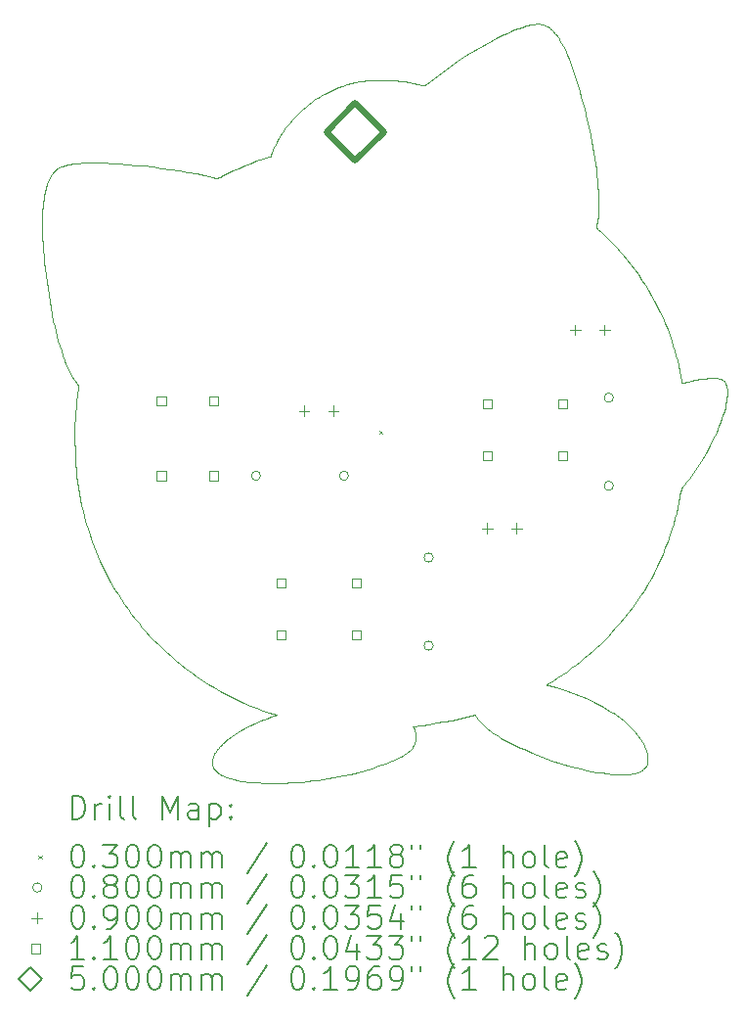
<source format=gbr>
%TF.GenerationSoftware,KiCad,Pcbnew,8.99.0-3458-gcd40f6046b*%
%TF.CreationDate,2025-06-29T19:21:04+05:30*%
%TF.ProjectId,solder,736f6c64-6572-42e6-9b69-6361645f7063,rev?*%
%TF.SameCoordinates,Original*%
%TF.FileFunction,Drillmap*%
%TF.FilePolarity,Positive*%
%FSLAX45Y45*%
G04 Gerber Fmt 4.5, Leading zero omitted, Abs format (unit mm)*
G04 Created by KiCad (PCBNEW 8.99.0-3458-gcd40f6046b) date 2025-06-29 19:21:04*
%MOMM*%
%LPD*%
G01*
G04 APERTURE LIST*
%ADD10C,0.000000*%
%ADD11C,0.200000*%
%ADD12C,0.100000*%
%ADD13C,0.110000*%
%ADD14C,0.500000*%
G04 APERTURE END LIST*
D10*
X21716013Y-5416979D02*
X21722893Y-5417251D01*
X21729686Y-5417791D01*
X21736391Y-5418604D01*
X21743009Y-5419694D01*
X21749541Y-5421066D01*
X21755987Y-5422723D01*
X21762347Y-5424670D01*
X21768621Y-5426911D01*
X21774811Y-5429451D01*
X21780916Y-5432292D01*
X21786937Y-5435440D01*
X21792875Y-5438899D01*
X21798729Y-5442673D01*
X21804500Y-5446766D01*
X21810378Y-5451246D01*
X21816106Y-5455862D01*
X21821688Y-5460610D01*
X21827130Y-5465485D01*
X21832438Y-5470482D01*
X21837616Y-5475596D01*
X21842671Y-5480823D01*
X21847607Y-5486157D01*
X21852431Y-5491595D01*
X21857147Y-5497131D01*
X21861761Y-5502761D01*
X21866278Y-5508479D01*
X21875045Y-5520164D01*
X21883491Y-5532147D01*
X21891802Y-5544532D01*
X21899830Y-5557063D01*
X21915091Y-5582531D01*
X21929378Y-5608496D01*
X21942793Y-5634903D01*
X21955439Y-5661696D01*
X21967421Y-5688820D01*
X21978840Y-5716220D01*
X21989801Y-5743840D01*
X22008385Y-5793415D01*
X22025803Y-5843353D01*
X22042167Y-5893619D01*
X22057587Y-5944177D01*
X22072173Y-5994992D01*
X22086037Y-6046026D01*
X22112038Y-6148613D01*
X22134269Y-6243175D01*
X22154937Y-6338092D01*
X22173973Y-6433375D01*
X22191307Y-6529031D01*
X22207009Y-6625912D01*
X22213999Y-6674465D01*
X22220246Y-6723106D01*
X22225625Y-6771842D01*
X22230010Y-6820682D01*
X22233275Y-6869634D01*
X22235294Y-6918709D01*
X22235996Y-6949856D01*
X22236238Y-6980984D01*
X22235828Y-7012075D01*
X22234576Y-7043111D01*
X22232292Y-7074073D01*
X22230702Y-7089521D01*
X22228783Y-7104943D01*
X22226510Y-7120338D01*
X22223859Y-7135702D01*
X22220807Y-7151035D01*
X22217329Y-7166332D01*
X22217102Y-7167357D01*
X22216921Y-7168348D01*
X22216786Y-7169307D01*
X22216695Y-7170235D01*
X22216647Y-7171134D01*
X22216642Y-7172004D01*
X22216676Y-7172847D01*
X22216751Y-7173664D01*
X22216863Y-7174457D01*
X22217011Y-7175226D01*
X22217196Y-7175973D01*
X22217414Y-7176700D01*
X22217665Y-7177407D01*
X22217948Y-7178096D01*
X22218261Y-7178768D01*
X22218603Y-7179424D01*
X22218972Y-7180066D01*
X22219368Y-7180695D01*
X22219789Y-7181312D01*
X22220234Y-7181919D01*
X22221190Y-7183105D01*
X22222226Y-7184264D01*
X22223331Y-7185407D01*
X22224495Y-7186543D01*
X22226960Y-7188835D01*
X22255717Y-7215289D01*
X22284056Y-7242149D01*
X22311971Y-7269421D01*
X22339451Y-7297113D01*
X22366488Y-7325229D01*
X22393074Y-7353778D01*
X22419200Y-7382765D01*
X22444857Y-7412196D01*
X22479957Y-7454101D01*
X22513927Y-7496646D01*
X22546762Y-7539833D01*
X22578458Y-7583666D01*
X22609010Y-7628146D01*
X22638415Y-7673276D01*
X22666668Y-7719057D01*
X22693766Y-7765493D01*
X22719703Y-7812585D01*
X22744476Y-7860336D01*
X22768081Y-7908749D01*
X22790513Y-7957825D01*
X22811767Y-8007566D01*
X22831841Y-8057976D01*
X22850730Y-8109056D01*
X22868429Y-8160809D01*
X22881769Y-8202823D01*
X22894289Y-8245038D01*
X22905992Y-8287452D01*
X22916884Y-8330066D01*
X22926968Y-8372879D01*
X22936250Y-8415892D01*
X22944732Y-8459105D01*
X22952421Y-8502518D01*
X22953082Y-8506268D01*
X22953441Y-8508144D01*
X22953821Y-8510019D01*
X22954223Y-8511894D01*
X22954648Y-8513769D01*
X22955096Y-8515645D01*
X22955570Y-8517520D01*
X22955698Y-8517733D01*
X22955841Y-8517954D01*
X22956164Y-8518424D01*
X22956924Y-8519476D01*
X22957341Y-8520060D01*
X22957770Y-8520684D01*
X22958202Y-8521350D01*
X22958415Y-8521698D01*
X22958625Y-8522057D01*
X23014859Y-8510019D01*
X23042907Y-8504060D01*
X23070954Y-8498258D01*
X23089759Y-8494582D01*
X23108604Y-8491164D01*
X23127491Y-8488060D01*
X23146427Y-8485328D01*
X23165414Y-8483026D01*
X23184458Y-8481212D01*
X23203563Y-8479942D01*
X23222732Y-8479274D01*
X23229859Y-8479256D01*
X23236999Y-8479461D01*
X23244148Y-8479859D01*
X23251301Y-8480420D01*
X23258454Y-8481116D01*
X23265602Y-8481918D01*
X23279870Y-8483719D01*
X23282682Y-8484145D01*
X23285426Y-8484659D01*
X23288101Y-8485260D01*
X23290708Y-8485945D01*
X23293248Y-8486715D01*
X23295722Y-8487566D01*
X23298130Y-8488500D01*
X23300474Y-8489513D01*
X23302753Y-8490604D01*
X23304969Y-8491774D01*
X23307123Y-8493019D01*
X23309215Y-8494339D01*
X23311246Y-8495733D01*
X23313217Y-8497198D01*
X23316980Y-8500342D01*
X23320511Y-8503758D01*
X23323816Y-8507438D01*
X23326901Y-8511371D01*
X23329771Y-8515546D01*
X23332433Y-8519954D01*
X23334893Y-8524583D01*
X23337156Y-8529424D01*
X23339229Y-8534466D01*
X23341356Y-8540316D01*
X23343232Y-8546197D01*
X23344866Y-8552107D01*
X23346271Y-8558044D01*
X23347455Y-8564007D01*
X23348430Y-8569993D01*
X23349207Y-8576002D01*
X23349797Y-8582030D01*
X23350209Y-8588077D01*
X23350456Y-8594141D01*
X23350547Y-8600219D01*
X23350493Y-8606311D01*
X23349994Y-8618527D01*
X23349044Y-8630775D01*
X23347201Y-8647816D01*
X23344916Y-8664741D01*
X23342211Y-8681553D01*
X23339108Y-8698258D01*
X23335631Y-8714864D01*
X23331801Y-8731375D01*
X23323173Y-8764136D01*
X23313404Y-8796590D01*
X23302672Y-8828781D01*
X23291156Y-8860758D01*
X23279036Y-8892567D01*
X23267342Y-8921711D01*
X23255118Y-8950564D01*
X23242376Y-8979133D01*
X23229131Y-9007423D01*
X23201178Y-9063195D01*
X23171360Y-9117931D01*
X23139781Y-9171681D01*
X23106540Y-9224496D01*
X23071742Y-9276428D01*
X23035487Y-9327528D01*
X23017820Y-9351388D01*
X22999857Y-9375057D01*
X22981652Y-9398553D01*
X22963256Y-9421892D01*
X22961821Y-9423758D01*
X22960466Y-9425640D01*
X22959191Y-9427541D01*
X22957993Y-9429461D01*
X22956870Y-9431402D01*
X22955821Y-9433366D01*
X22954844Y-9435355D01*
X22953937Y-9437368D01*
X22953099Y-9439409D01*
X22952326Y-9441479D01*
X22951619Y-9443579D01*
X22950975Y-9445710D01*
X22950392Y-9447874D01*
X22949869Y-9450073D01*
X22949404Y-9452308D01*
X22948994Y-9454581D01*
X22940560Y-9502730D01*
X22931164Y-9550636D01*
X22920806Y-9598302D01*
X22909487Y-9645728D01*
X22897209Y-9692915D01*
X22883973Y-9739864D01*
X22869780Y-9786577D01*
X22854630Y-9833055D01*
X22834866Y-9889392D01*
X22813774Y-9944954D01*
X22791356Y-9999740D01*
X22767616Y-10053753D01*
X22742555Y-10106994D01*
X22716177Y-10159463D01*
X22688484Y-10211161D01*
X22659479Y-10262090D01*
X22629164Y-10312250D01*
X22597541Y-10361644D01*
X22564614Y-10410271D01*
X22530385Y-10458133D01*
X22494856Y-10505231D01*
X22458030Y-10551566D01*
X22419910Y-10597139D01*
X22380498Y-10641952D01*
X22348502Y-10676818D01*
X22315957Y-10711025D01*
X22282863Y-10744570D01*
X22249218Y-10777452D01*
X22215022Y-10809669D01*
X22180273Y-10841218D01*
X22144969Y-10872099D01*
X22109110Y-10902308D01*
X22072694Y-10931845D01*
X22035720Y-10960707D01*
X21998187Y-10988893D01*
X21960094Y-11016400D01*
X21921439Y-11043226D01*
X21882221Y-11069370D01*
X21842439Y-11094830D01*
X21802092Y-11119604D01*
X21800085Y-11120839D01*
X21798071Y-11122120D01*
X21793885Y-11124871D01*
X21789265Y-11127952D01*
X21783942Y-11131457D01*
X21786673Y-11132338D01*
X21789194Y-11133175D01*
X21793734Y-11134710D01*
X21795819Y-11135407D01*
X21797824Y-11136054D01*
X21799780Y-11136652D01*
X21801722Y-11137199D01*
X21872653Y-11156749D01*
X21942571Y-11178739D01*
X22011463Y-11203189D01*
X22079314Y-11230116D01*
X22146111Y-11259538D01*
X22211838Y-11291476D01*
X22276482Y-11325946D01*
X22340030Y-11362968D01*
X22358463Y-11374462D01*
X22376567Y-11386339D01*
X22394335Y-11398604D01*
X22411762Y-11411261D01*
X22428840Y-11424312D01*
X22445565Y-11437762D01*
X22461930Y-11451615D01*
X22477929Y-11465874D01*
X22493555Y-11480543D01*
X22508803Y-11495627D01*
X22523667Y-11511128D01*
X22538140Y-11527051D01*
X22552217Y-11543399D01*
X22565891Y-11560176D01*
X22579156Y-11577387D01*
X22592006Y-11595034D01*
X22603838Y-11612348D01*
X22609489Y-11621134D01*
X22614939Y-11630013D01*
X22620174Y-11638992D01*
X22625177Y-11648076D01*
X22629930Y-11657271D01*
X22634418Y-11666582D01*
X22638624Y-11676016D01*
X22642531Y-11685579D01*
X22646122Y-11695276D01*
X22649382Y-11705113D01*
X22652294Y-11715096D01*
X22654841Y-11725230D01*
X22657006Y-11735523D01*
X22658773Y-11745979D01*
X22659688Y-11753056D01*
X22660359Y-11760182D01*
X22660805Y-11767342D01*
X22661042Y-11774524D01*
X22661088Y-11781714D01*
X22660961Y-11788901D01*
X22660677Y-11796070D01*
X22660254Y-11803208D01*
X22659923Y-11806626D01*
X22659387Y-11809969D01*
X22658655Y-11813240D01*
X22657740Y-11816440D01*
X22656649Y-11819572D01*
X22655394Y-11822636D01*
X22653984Y-11825635D01*
X22652429Y-11828570D01*
X22650740Y-11831443D01*
X22648927Y-11834257D01*
X22646999Y-11837012D01*
X22644966Y-11839710D01*
X22642839Y-11842354D01*
X22640628Y-11844944D01*
X22638342Y-11847483D01*
X22635992Y-11849973D01*
X22630466Y-11855433D01*
X22624794Y-11860598D01*
X22618975Y-11865472D01*
X22613010Y-11870055D01*
X22606901Y-11874352D01*
X22600648Y-11878364D01*
X22594251Y-11882094D01*
X22587711Y-11885545D01*
X22581029Y-11888719D01*
X22574206Y-11891619D01*
X22567241Y-11894247D01*
X22560137Y-11896607D01*
X22552893Y-11898700D01*
X22545510Y-11900529D01*
X22537990Y-11902097D01*
X22530331Y-11903406D01*
X22508137Y-11906323D01*
X22485936Y-11908375D01*
X22463731Y-11909614D01*
X22441524Y-11910097D01*
X22419316Y-11909875D01*
X22397111Y-11909005D01*
X22374911Y-11907541D01*
X22352717Y-11905535D01*
X22307682Y-11900455D01*
X22262899Y-11894398D01*
X22218363Y-11887389D01*
X22174069Y-11879450D01*
X22130012Y-11870606D01*
X22086189Y-11860881D01*
X21999223Y-11838883D01*
X21913134Y-11813647D01*
X21827885Y-11785364D01*
X21743439Y-11754225D01*
X21659759Y-11720420D01*
X21591198Y-11691002D01*
X21557097Y-11675810D01*
X21523192Y-11660169D01*
X21489538Y-11643986D01*
X21456192Y-11627166D01*
X21423212Y-11609614D01*
X21390652Y-11591237D01*
X21367976Y-11577753D01*
X21345630Y-11563774D01*
X21323695Y-11549214D01*
X21312906Y-11541688D01*
X21302250Y-11533985D01*
X21291735Y-11526092D01*
X21281373Y-11518000D01*
X21271172Y-11509698D01*
X21261143Y-11501174D01*
X21251296Y-11492418D01*
X21241641Y-11483418D01*
X21232188Y-11474165D01*
X21222945Y-11464647D01*
X21215401Y-11456389D01*
X21208061Y-11447874D01*
X21200845Y-11439117D01*
X21193671Y-11430129D01*
X21179125Y-11411516D01*
X21171590Y-11401916D01*
X21163772Y-11392138D01*
X21098679Y-11409252D01*
X21033027Y-11424904D01*
X20966857Y-11439109D01*
X20900208Y-11451880D01*
X20833121Y-11463231D01*
X20765636Y-11473177D01*
X20697792Y-11481732D01*
X20629631Y-11488910D01*
X20632100Y-11495822D01*
X20634611Y-11502554D01*
X20639539Y-11515626D01*
X20641848Y-11522039D01*
X20643982Y-11528419D01*
X20645885Y-11534804D01*
X20646733Y-11538010D01*
X20647503Y-11541231D01*
X20649995Y-11554052D01*
X20650909Y-11560350D01*
X20651606Y-11566575D01*
X20652084Y-11572726D01*
X20652347Y-11578804D01*
X20652394Y-11584808D01*
X20652228Y-11590739D01*
X20651849Y-11596598D01*
X20651258Y-11602384D01*
X20650458Y-11608098D01*
X20649449Y-11613740D01*
X20648232Y-11619310D01*
X20646809Y-11624809D01*
X20645180Y-11630237D01*
X20643348Y-11635594D01*
X20641313Y-11640881D01*
X20639077Y-11646097D01*
X20636640Y-11651244D01*
X20634004Y-11656320D01*
X20631171Y-11661328D01*
X20628142Y-11666266D01*
X20621498Y-11675935D01*
X20614083Y-11685331D01*
X20605907Y-11694456D01*
X20596979Y-11703312D01*
X20587311Y-11711900D01*
X20582659Y-11715736D01*
X20577941Y-11719465D01*
X20573160Y-11723091D01*
X20568317Y-11726616D01*
X20558451Y-11733371D01*
X20548359Y-11739751D01*
X20538054Y-11745775D01*
X20527551Y-11751463D01*
X20516863Y-11756833D01*
X20506004Y-11761906D01*
X20447662Y-11787194D01*
X20388767Y-11810783D01*
X20329335Y-11832711D01*
X20269377Y-11853018D01*
X20208908Y-11871739D01*
X20147939Y-11888915D01*
X20086483Y-11904581D01*
X20024555Y-11918778D01*
X19980462Y-11927958D01*
X19936250Y-11936397D01*
X19891923Y-11944092D01*
X19847484Y-11951039D01*
X19802937Y-11957235D01*
X19758285Y-11962677D01*
X19713530Y-11967361D01*
X19668677Y-11971284D01*
X19618069Y-11974906D01*
X19567392Y-11977755D01*
X19516679Y-11979892D01*
X19465967Y-11981378D01*
X19420517Y-11982028D01*
X19375041Y-11981923D01*
X19329583Y-11981105D01*
X19284185Y-11979619D01*
X19254766Y-11978146D01*
X19225416Y-11976036D01*
X19196153Y-11973205D01*
X19166994Y-11969571D01*
X19137957Y-11965052D01*
X19109059Y-11959564D01*
X19080317Y-11953026D01*
X19051748Y-11945355D01*
X19037534Y-11940987D01*
X19023511Y-11936197D01*
X19009691Y-11930954D01*
X18996082Y-11925225D01*
X18989360Y-11922169D01*
X18982694Y-11918980D01*
X18976086Y-11915654D01*
X18969538Y-11912187D01*
X18963049Y-11908575D01*
X18956622Y-11904814D01*
X18950258Y-11900901D01*
X18943957Y-11896831D01*
X18938502Y-11893039D01*
X18933352Y-11889119D01*
X18928503Y-11885074D01*
X18923951Y-11880911D01*
X18919694Y-11876637D01*
X18915727Y-11872256D01*
X18912046Y-11867776D01*
X18908649Y-11863201D01*
X18905532Y-11858538D01*
X18902690Y-11853793D01*
X18900122Y-11848972D01*
X18897822Y-11844080D01*
X18895788Y-11839124D01*
X18894015Y-11834109D01*
X18892501Y-11829042D01*
X18891242Y-11823928D01*
X18890234Y-11818774D01*
X18889474Y-11813584D01*
X18888958Y-11808366D01*
X18888682Y-11803125D01*
X18888644Y-11797867D01*
X18888838Y-11792598D01*
X18889914Y-11782051D01*
X18891881Y-11771531D01*
X18894710Y-11761085D01*
X18898372Y-11750762D01*
X18902841Y-11740608D01*
X18906731Y-11732892D01*
X18910856Y-11725368D01*
X18915207Y-11718024D01*
X18919770Y-11710853D01*
X18924536Y-11703844D01*
X18929491Y-11696989D01*
X18934626Y-11690278D01*
X18939929Y-11683702D01*
X18945388Y-11677252D01*
X18950992Y-11670919D01*
X18956729Y-11664693D01*
X18962588Y-11658566D01*
X18974627Y-11646569D01*
X18987018Y-11634854D01*
X18998717Y-11624252D01*
X19010611Y-11613936D01*
X19022694Y-11603899D01*
X19034961Y-11594129D01*
X19047405Y-11584620D01*
X19060019Y-11575362D01*
X19085734Y-11557564D01*
X19112057Y-11540664D01*
X19138938Y-11524592D01*
X19166327Y-11509278D01*
X19194174Y-11494651D01*
X19222317Y-11480746D01*
X19250756Y-11467554D01*
X19279476Y-11455041D01*
X19308459Y-11443175D01*
X19337689Y-11431920D01*
X19367151Y-11421243D01*
X19396827Y-11411112D01*
X19426703Y-11401491D01*
X19429094Y-11400743D01*
X19431472Y-11399931D01*
X19432655Y-11399490D01*
X19433832Y-11399020D01*
X19435005Y-11398515D01*
X19436171Y-11397972D01*
X19437331Y-11397385D01*
X19438484Y-11396751D01*
X19439630Y-11396063D01*
X19440767Y-11395319D01*
X19441895Y-11394512D01*
X19443015Y-11393639D01*
X19444124Y-11392695D01*
X19445223Y-11391675D01*
X19384012Y-11372136D01*
X19327897Y-11353394D01*
X19272481Y-11333388D01*
X19217766Y-11312118D01*
X19163753Y-11289582D01*
X19110444Y-11265779D01*
X19057839Y-11240710D01*
X19005939Y-11214372D01*
X18954746Y-11186765D01*
X18904260Y-11157889D01*
X18854483Y-11127742D01*
X18805415Y-11096324D01*
X18757059Y-11063634D01*
X18709414Y-11029670D01*
X18662483Y-10994433D01*
X18616265Y-10957922D01*
X18570762Y-10920135D01*
X18532348Y-10886817D01*
X18494656Y-10852875D01*
X18457691Y-10818304D01*
X18421461Y-10783098D01*
X18385974Y-10747252D01*
X18351236Y-10710760D01*
X18317255Y-10673616D01*
X18284037Y-10635817D01*
X18251589Y-10597355D01*
X18219919Y-10558226D01*
X18189034Y-10518424D01*
X18158940Y-10477944D01*
X18129645Y-10436780D01*
X18101156Y-10394927D01*
X18073479Y-10352380D01*
X18046623Y-10309133D01*
X18000189Y-10228968D01*
X17957201Y-10147394D01*
X17917631Y-10064421D01*
X17881452Y-9980064D01*
X17848637Y-9894335D01*
X17819160Y-9807247D01*
X17792992Y-9718814D01*
X17770107Y-9629048D01*
X17758838Y-9579006D01*
X17748526Y-9528821D01*
X17739196Y-9478488D01*
X17730877Y-9428004D01*
X17723596Y-9377363D01*
X17717379Y-9326562D01*
X17712254Y-9275596D01*
X17708247Y-9224460D01*
X17705455Y-9178605D01*
X17703131Y-9132724D01*
X17701189Y-9086826D01*
X17699542Y-9040918D01*
X17698556Y-8999737D01*
X17698333Y-8958567D01*
X17698813Y-8917410D01*
X17699936Y-8876268D01*
X17701641Y-8835144D01*
X17703866Y-8794039D01*
X17709636Y-8711896D01*
X17711322Y-8692353D01*
X17713223Y-8672826D01*
X17717496Y-8633807D01*
X17726676Y-8555858D01*
X17727003Y-8552478D01*
X17727115Y-8550829D01*
X17727180Y-8549203D01*
X17727192Y-8547601D01*
X17727143Y-8546018D01*
X17727023Y-8544453D01*
X17726826Y-8542905D01*
X17726543Y-8541371D01*
X17726166Y-8539848D01*
X17725688Y-8538336D01*
X17725100Y-8536832D01*
X17724394Y-8535334D01*
X17723562Y-8533840D01*
X17722597Y-8532347D01*
X17721490Y-8530855D01*
X17712687Y-8519352D01*
X17704223Y-8507664D01*
X17696082Y-8495801D01*
X17688249Y-8483770D01*
X17680708Y-8471580D01*
X17673445Y-8459239D01*
X17659688Y-8434141D01*
X17646856Y-8408544D01*
X17634825Y-8382516D01*
X17623474Y-8356125D01*
X17612680Y-8329440D01*
X17596861Y-8287479D01*
X17582255Y-8245168D01*
X17568753Y-8202540D01*
X17556249Y-8159628D01*
X17544635Y-8116464D01*
X17533803Y-8073080D01*
X17523646Y-8029511D01*
X17514056Y-7985787D01*
X17502470Y-7929492D01*
X17491707Y-7873061D01*
X17481712Y-7816504D01*
X17472431Y-7759832D01*
X17463810Y-7703056D01*
X17455794Y-7646187D01*
X17441362Y-7532211D01*
X17435382Y-7478888D01*
X17430067Y-7425524D01*
X17425504Y-7372115D01*
X17421776Y-7318655D01*
X17418969Y-7265138D01*
X17417166Y-7211559D01*
X17416453Y-7157914D01*
X17416915Y-7104195D01*
X17417910Y-7069437D01*
X17419600Y-7034766D01*
X17422124Y-7000202D01*
X17425619Y-6965763D01*
X17430227Y-6931467D01*
X17436084Y-6897333D01*
X17439525Y-6880332D01*
X17443330Y-6863379D01*
X17447517Y-6846475D01*
X17452104Y-6829624D01*
X17457035Y-6813306D01*
X17462486Y-6797219D01*
X17465422Y-6789270D01*
X17468508Y-6781387D01*
X17471748Y-6773573D01*
X17475151Y-6765831D01*
X17478722Y-6758164D01*
X17482467Y-6750575D01*
X17486394Y-6743066D01*
X17490507Y-6735641D01*
X17494815Y-6728301D01*
X17499322Y-6721052D01*
X17504036Y-6713894D01*
X17508963Y-6706831D01*
X17512497Y-6702092D01*
X17516153Y-6697531D01*
X17519932Y-6693146D01*
X17523835Y-6688935D01*
X17527863Y-6684898D01*
X17532016Y-6681033D01*
X17536296Y-6677340D01*
X17540703Y-6673817D01*
X17545238Y-6670464D01*
X17549902Y-6667278D01*
X17554696Y-6664260D01*
X17559620Y-6661408D01*
X17564676Y-6658721D01*
X17569864Y-6656198D01*
X17575184Y-6653837D01*
X17580639Y-6651638D01*
X17593999Y-6646814D01*
X17607472Y-6642524D01*
X17621052Y-6638731D01*
X17634731Y-6635398D01*
X17648501Y-6632485D01*
X17662355Y-6629956D01*
X17676284Y-6627772D01*
X17690282Y-6625894D01*
X17730134Y-6621597D01*
X17770020Y-6618566D01*
X17809932Y-6616696D01*
X17849862Y-6615882D01*
X17889801Y-6616018D01*
X17929739Y-6617000D01*
X17969669Y-6618722D01*
X18009581Y-6621079D01*
X18082155Y-6626149D01*
X18154704Y-6631844D01*
X18227200Y-6638269D01*
X18299617Y-6645527D01*
X18375299Y-6653945D01*
X18450847Y-6663198D01*
X18526233Y-6673452D01*
X18601426Y-6684872D01*
X18676398Y-6697624D01*
X18751119Y-6711876D01*
X18825560Y-6727792D01*
X18899692Y-6745539D01*
X18904509Y-6746670D01*
X18909207Y-6747597D01*
X18913801Y-6748314D01*
X18918303Y-6748821D01*
X18922726Y-6749112D01*
X18927082Y-6749185D01*
X18931384Y-6749037D01*
X18935646Y-6748664D01*
X18939879Y-6748064D01*
X18944097Y-6747232D01*
X18948312Y-6746166D01*
X18952538Y-6744862D01*
X18956785Y-6743317D01*
X18961069Y-6741528D01*
X18965401Y-6739492D01*
X18969794Y-6737205D01*
X19019033Y-6711324D01*
X19068877Y-6686860D01*
X19119308Y-6663781D01*
X19170305Y-6642054D01*
X19221849Y-6621647D01*
X19273920Y-6602526D01*
X19326500Y-6584661D01*
X19379567Y-6568017D01*
X19381447Y-6567437D01*
X19383264Y-6566834D01*
X19385017Y-6566198D01*
X19386705Y-6565518D01*
X19388326Y-6564782D01*
X19389879Y-6563978D01*
X19391363Y-6563096D01*
X19392775Y-6562125D01*
X19393454Y-6561602D01*
X19394114Y-6561053D01*
X19394756Y-6560475D01*
X19395380Y-6559868D01*
X19395984Y-6559230D01*
X19396569Y-6558560D01*
X19397135Y-6557856D01*
X19397681Y-6557117D01*
X19398208Y-6556342D01*
X19398715Y-6555528D01*
X19399202Y-6554676D01*
X19399669Y-6553782D01*
X19400115Y-6552847D01*
X19400541Y-6551868D01*
X19400945Y-6550844D01*
X19401329Y-6549774D01*
X19409311Y-6527509D01*
X19417898Y-6505609D01*
X19427078Y-6484068D01*
X19436837Y-6462878D01*
X19447163Y-6442031D01*
X19458042Y-6421521D01*
X19469462Y-6401338D01*
X19481409Y-6381477D01*
X19493870Y-6361930D01*
X19506833Y-6342689D01*
X19520284Y-6323746D01*
X19534210Y-6305095D01*
X19548599Y-6286727D01*
X19563437Y-6268636D01*
X19578711Y-6250814D01*
X19594409Y-6233253D01*
X19610017Y-6216466D01*
X19625903Y-6200036D01*
X19642073Y-6183971D01*
X19658530Y-6168275D01*
X19675280Y-6152955D01*
X19692326Y-6138018D01*
X19709675Y-6123469D01*
X19727331Y-6109314D01*
X19745297Y-6095559D01*
X19763581Y-6082211D01*
X19782185Y-6069276D01*
X19801114Y-6056759D01*
X19820374Y-6044668D01*
X19839970Y-6033007D01*
X19859905Y-6021783D01*
X19880185Y-6011003D01*
X19914108Y-5994331D01*
X19948501Y-5979101D01*
X19983359Y-5965294D01*
X20018675Y-5952894D01*
X20054442Y-5941883D01*
X20090654Y-5932243D01*
X20127305Y-5923958D01*
X20164387Y-5917010D01*
X20194039Y-5912419D01*
X20223747Y-5908641D01*
X20253507Y-5905661D01*
X20283314Y-5903466D01*
X20313165Y-5902045D01*
X20343056Y-5901383D01*
X20372980Y-5901467D01*
X20402936Y-5902286D01*
X20441516Y-5904290D01*
X20479948Y-5907282D01*
X20518224Y-5911308D01*
X20556335Y-5916419D01*
X20594272Y-5922663D01*
X20632027Y-5930088D01*
X20669591Y-5938745D01*
X20706955Y-5948680D01*
X20709587Y-5949362D01*
X20712108Y-5949880D01*
X20714528Y-5950237D01*
X20716857Y-5950434D01*
X20719104Y-5950472D01*
X20721282Y-5950354D01*
X20723398Y-5950080D01*
X20725465Y-5949653D01*
X20727491Y-5949073D01*
X20729487Y-5948344D01*
X20731463Y-5947466D01*
X20733430Y-5946440D01*
X20735397Y-5945270D01*
X20737375Y-5943955D01*
X20739374Y-5942499D01*
X20741404Y-5940902D01*
X20809219Y-5887017D01*
X20878093Y-5834725D01*
X20948070Y-5784092D01*
X21019193Y-5735181D01*
X21091506Y-5688060D01*
X21165051Y-5642791D01*
X21239872Y-5599442D01*
X21316013Y-5558076D01*
X21347478Y-5541745D01*
X21379115Y-5525805D01*
X21410968Y-5510354D01*
X21443077Y-5495487D01*
X21475486Y-5481302D01*
X21508237Y-5467896D01*
X21541372Y-5455363D01*
X21574934Y-5443803D01*
X21590455Y-5438877D01*
X21606050Y-5434285D01*
X21621735Y-5430087D01*
X21637523Y-5426347D01*
X21653428Y-5423128D01*
X21669464Y-5420492D01*
X21677536Y-5419413D01*
X21685646Y-5418504D01*
X21693796Y-5417772D01*
X21701987Y-5417225D01*
X21709044Y-5416972D01*
X21716013Y-5416979D01*
D11*
D12*
X20335000Y-8935000D02*
X20365000Y-8965000D01*
X20365000Y-8935000D02*
X20335000Y-8965000D01*
X19309000Y-9325000D02*
G75*
G02*
X19229000Y-9325000I-40000J0D01*
G01*
X19229000Y-9325000D02*
G75*
G02*
X19309000Y-9325000I40000J0D01*
G01*
X20071000Y-9325000D02*
G75*
G02*
X19991000Y-9325000I-40000J0D01*
G01*
X19991000Y-9325000D02*
G75*
G02*
X20071000Y-9325000I40000J0D01*
G01*
X20804500Y-10033000D02*
G75*
G02*
X20724500Y-10033000I-40000J0D01*
G01*
X20724500Y-10033000D02*
G75*
G02*
X20804500Y-10033000I40000J0D01*
G01*
X20804500Y-10795000D02*
G75*
G02*
X20724500Y-10795000I-40000J0D01*
G01*
X20724500Y-10795000D02*
G75*
G02*
X20804500Y-10795000I40000J0D01*
G01*
X22365000Y-8650000D02*
G75*
G02*
X22285000Y-8650000I-40000J0D01*
G01*
X22285000Y-8650000D02*
G75*
G02*
X22365000Y-8650000I40000J0D01*
G01*
X22365000Y-9412000D02*
G75*
G02*
X22285000Y-9412000I-40000J0D01*
G01*
X22285000Y-9412000D02*
G75*
G02*
X22365000Y-9412000I40000J0D01*
G01*
X19685500Y-8718000D02*
X19685500Y-8808000D01*
X19640500Y-8763000D02*
X19730500Y-8763000D01*
X19939500Y-8718000D02*
X19939500Y-8808000D01*
X19894500Y-8763000D02*
X19984500Y-8763000D01*
X21272500Y-9734000D02*
X21272500Y-9824000D01*
X21227500Y-9779000D02*
X21317500Y-9779000D01*
X21526500Y-9734000D02*
X21526500Y-9824000D01*
X21481500Y-9779000D02*
X21571500Y-9779000D01*
X22034500Y-8019500D02*
X22034500Y-8109500D01*
X21989500Y-8064500D02*
X22079500Y-8064500D01*
X22288500Y-8019500D02*
X22288500Y-8109500D01*
X22243500Y-8064500D02*
X22333500Y-8064500D01*
D13*
X18488891Y-8713891D02*
X18488891Y-8636109D01*
X18411109Y-8636109D01*
X18411109Y-8713891D01*
X18488891Y-8713891D01*
X18488891Y-9363891D02*
X18488891Y-9286109D01*
X18411109Y-9286109D01*
X18411109Y-9363891D01*
X18488891Y-9363891D01*
X18938891Y-8713891D02*
X18938891Y-8636109D01*
X18861109Y-8636109D01*
X18861109Y-8713891D01*
X18938891Y-8713891D01*
X18938891Y-9363891D02*
X18938891Y-9286109D01*
X18861109Y-9286109D01*
X18861109Y-9363891D01*
X18938891Y-9363891D01*
X19525891Y-10291391D02*
X19525891Y-10213609D01*
X19448109Y-10213609D01*
X19448109Y-10291391D01*
X19525891Y-10291391D01*
X19525891Y-10741391D02*
X19525891Y-10663609D01*
X19448109Y-10663609D01*
X19448109Y-10741391D01*
X19525891Y-10741391D01*
X20175891Y-10291391D02*
X20175891Y-10213609D01*
X20098109Y-10213609D01*
X20098109Y-10291391D01*
X20175891Y-10291391D01*
X20175891Y-10741391D02*
X20175891Y-10663609D01*
X20098109Y-10663609D01*
X20098109Y-10741391D01*
X20175891Y-10741391D01*
X21313891Y-8738891D02*
X21313891Y-8661109D01*
X21236109Y-8661109D01*
X21236109Y-8738891D01*
X21313891Y-8738891D01*
X21313891Y-9188891D02*
X21313891Y-9111109D01*
X21236109Y-9111109D01*
X21236109Y-9188891D01*
X21313891Y-9188891D01*
X21963891Y-8738891D02*
X21963891Y-8661109D01*
X21886109Y-8661109D01*
X21886109Y-8738891D01*
X21963891Y-8738891D01*
X21963891Y-9188891D02*
X21963891Y-9111109D01*
X21886109Y-9111109D01*
X21886109Y-9188891D01*
X21963891Y-9188891D01*
D14*
X20129500Y-6600000D02*
X20379500Y-6350000D01*
X20129500Y-6100000D01*
X19879500Y-6350000D01*
X20129500Y-6600000D01*
D11*
X17677230Y-12293512D02*
X17677230Y-12093512D01*
X17677230Y-12093512D02*
X17724849Y-12093512D01*
X17724849Y-12093512D02*
X17753421Y-12103036D01*
X17753421Y-12103036D02*
X17772468Y-12122083D01*
X17772468Y-12122083D02*
X17781992Y-12141131D01*
X17781992Y-12141131D02*
X17791516Y-12179226D01*
X17791516Y-12179226D02*
X17791516Y-12207798D01*
X17791516Y-12207798D02*
X17781992Y-12245893D01*
X17781992Y-12245893D02*
X17772468Y-12264940D01*
X17772468Y-12264940D02*
X17753421Y-12283988D01*
X17753421Y-12283988D02*
X17724849Y-12293512D01*
X17724849Y-12293512D02*
X17677230Y-12293512D01*
X17877230Y-12293512D02*
X17877230Y-12160179D01*
X17877230Y-12198274D02*
X17886754Y-12179226D01*
X17886754Y-12179226D02*
X17896278Y-12169702D01*
X17896278Y-12169702D02*
X17915325Y-12160179D01*
X17915325Y-12160179D02*
X17934373Y-12160179D01*
X18001040Y-12293512D02*
X18001040Y-12160179D01*
X18001040Y-12093512D02*
X17991516Y-12103036D01*
X17991516Y-12103036D02*
X18001040Y-12112560D01*
X18001040Y-12112560D02*
X18010564Y-12103036D01*
X18010564Y-12103036D02*
X18001040Y-12093512D01*
X18001040Y-12093512D02*
X18001040Y-12112560D01*
X18124849Y-12293512D02*
X18105802Y-12283988D01*
X18105802Y-12283988D02*
X18096278Y-12264940D01*
X18096278Y-12264940D02*
X18096278Y-12093512D01*
X18229611Y-12293512D02*
X18210564Y-12283988D01*
X18210564Y-12283988D02*
X18201040Y-12264940D01*
X18201040Y-12264940D02*
X18201040Y-12093512D01*
X18458183Y-12293512D02*
X18458183Y-12093512D01*
X18458183Y-12093512D02*
X18524849Y-12236369D01*
X18524849Y-12236369D02*
X18591516Y-12093512D01*
X18591516Y-12093512D02*
X18591516Y-12293512D01*
X18772468Y-12293512D02*
X18772468Y-12188750D01*
X18772468Y-12188750D02*
X18762945Y-12169702D01*
X18762945Y-12169702D02*
X18743897Y-12160179D01*
X18743897Y-12160179D02*
X18705802Y-12160179D01*
X18705802Y-12160179D02*
X18686754Y-12169702D01*
X18772468Y-12283988D02*
X18753421Y-12293512D01*
X18753421Y-12293512D02*
X18705802Y-12293512D01*
X18705802Y-12293512D02*
X18686754Y-12283988D01*
X18686754Y-12283988D02*
X18677230Y-12264940D01*
X18677230Y-12264940D02*
X18677230Y-12245893D01*
X18677230Y-12245893D02*
X18686754Y-12226845D01*
X18686754Y-12226845D02*
X18705802Y-12217321D01*
X18705802Y-12217321D02*
X18753421Y-12217321D01*
X18753421Y-12217321D02*
X18772468Y-12207798D01*
X18867706Y-12160179D02*
X18867706Y-12360179D01*
X18867706Y-12169702D02*
X18886754Y-12160179D01*
X18886754Y-12160179D02*
X18924849Y-12160179D01*
X18924849Y-12160179D02*
X18943897Y-12169702D01*
X18943897Y-12169702D02*
X18953421Y-12179226D01*
X18953421Y-12179226D02*
X18962945Y-12198274D01*
X18962945Y-12198274D02*
X18962945Y-12255417D01*
X18962945Y-12255417D02*
X18953421Y-12274464D01*
X18953421Y-12274464D02*
X18943897Y-12283988D01*
X18943897Y-12283988D02*
X18924849Y-12293512D01*
X18924849Y-12293512D02*
X18886754Y-12293512D01*
X18886754Y-12293512D02*
X18867706Y-12283988D01*
X19048659Y-12274464D02*
X19058183Y-12283988D01*
X19058183Y-12283988D02*
X19048659Y-12293512D01*
X19048659Y-12293512D02*
X19039135Y-12283988D01*
X19039135Y-12283988D02*
X19048659Y-12274464D01*
X19048659Y-12274464D02*
X19048659Y-12293512D01*
X19048659Y-12169702D02*
X19058183Y-12179226D01*
X19058183Y-12179226D02*
X19048659Y-12188750D01*
X19048659Y-12188750D02*
X19039135Y-12179226D01*
X19039135Y-12179226D02*
X19048659Y-12169702D01*
X19048659Y-12169702D02*
X19048659Y-12188750D01*
D12*
X17386453Y-12607028D02*
X17416453Y-12637028D01*
X17416453Y-12607028D02*
X17386453Y-12637028D01*
D11*
X17715325Y-12513512D02*
X17734373Y-12513512D01*
X17734373Y-12513512D02*
X17753421Y-12523036D01*
X17753421Y-12523036D02*
X17762945Y-12532560D01*
X17762945Y-12532560D02*
X17772468Y-12551607D01*
X17772468Y-12551607D02*
X17781992Y-12589702D01*
X17781992Y-12589702D02*
X17781992Y-12637321D01*
X17781992Y-12637321D02*
X17772468Y-12675417D01*
X17772468Y-12675417D02*
X17762945Y-12694464D01*
X17762945Y-12694464D02*
X17753421Y-12703988D01*
X17753421Y-12703988D02*
X17734373Y-12713512D01*
X17734373Y-12713512D02*
X17715325Y-12713512D01*
X17715325Y-12713512D02*
X17696278Y-12703988D01*
X17696278Y-12703988D02*
X17686754Y-12694464D01*
X17686754Y-12694464D02*
X17677230Y-12675417D01*
X17677230Y-12675417D02*
X17667706Y-12637321D01*
X17667706Y-12637321D02*
X17667706Y-12589702D01*
X17667706Y-12589702D02*
X17677230Y-12551607D01*
X17677230Y-12551607D02*
X17686754Y-12532560D01*
X17686754Y-12532560D02*
X17696278Y-12523036D01*
X17696278Y-12523036D02*
X17715325Y-12513512D01*
X17867706Y-12694464D02*
X17877230Y-12703988D01*
X17877230Y-12703988D02*
X17867706Y-12713512D01*
X17867706Y-12713512D02*
X17858183Y-12703988D01*
X17858183Y-12703988D02*
X17867706Y-12694464D01*
X17867706Y-12694464D02*
X17867706Y-12713512D01*
X17943897Y-12513512D02*
X18067706Y-12513512D01*
X18067706Y-12513512D02*
X18001040Y-12589702D01*
X18001040Y-12589702D02*
X18029611Y-12589702D01*
X18029611Y-12589702D02*
X18048659Y-12599226D01*
X18048659Y-12599226D02*
X18058183Y-12608750D01*
X18058183Y-12608750D02*
X18067706Y-12627798D01*
X18067706Y-12627798D02*
X18067706Y-12675417D01*
X18067706Y-12675417D02*
X18058183Y-12694464D01*
X18058183Y-12694464D02*
X18048659Y-12703988D01*
X18048659Y-12703988D02*
X18029611Y-12713512D01*
X18029611Y-12713512D02*
X17972468Y-12713512D01*
X17972468Y-12713512D02*
X17953421Y-12703988D01*
X17953421Y-12703988D02*
X17943897Y-12694464D01*
X18191516Y-12513512D02*
X18210564Y-12513512D01*
X18210564Y-12513512D02*
X18229611Y-12523036D01*
X18229611Y-12523036D02*
X18239135Y-12532560D01*
X18239135Y-12532560D02*
X18248659Y-12551607D01*
X18248659Y-12551607D02*
X18258183Y-12589702D01*
X18258183Y-12589702D02*
X18258183Y-12637321D01*
X18258183Y-12637321D02*
X18248659Y-12675417D01*
X18248659Y-12675417D02*
X18239135Y-12694464D01*
X18239135Y-12694464D02*
X18229611Y-12703988D01*
X18229611Y-12703988D02*
X18210564Y-12713512D01*
X18210564Y-12713512D02*
X18191516Y-12713512D01*
X18191516Y-12713512D02*
X18172468Y-12703988D01*
X18172468Y-12703988D02*
X18162945Y-12694464D01*
X18162945Y-12694464D02*
X18153421Y-12675417D01*
X18153421Y-12675417D02*
X18143897Y-12637321D01*
X18143897Y-12637321D02*
X18143897Y-12589702D01*
X18143897Y-12589702D02*
X18153421Y-12551607D01*
X18153421Y-12551607D02*
X18162945Y-12532560D01*
X18162945Y-12532560D02*
X18172468Y-12523036D01*
X18172468Y-12523036D02*
X18191516Y-12513512D01*
X18381992Y-12513512D02*
X18401040Y-12513512D01*
X18401040Y-12513512D02*
X18420087Y-12523036D01*
X18420087Y-12523036D02*
X18429611Y-12532560D01*
X18429611Y-12532560D02*
X18439135Y-12551607D01*
X18439135Y-12551607D02*
X18448659Y-12589702D01*
X18448659Y-12589702D02*
X18448659Y-12637321D01*
X18448659Y-12637321D02*
X18439135Y-12675417D01*
X18439135Y-12675417D02*
X18429611Y-12694464D01*
X18429611Y-12694464D02*
X18420087Y-12703988D01*
X18420087Y-12703988D02*
X18401040Y-12713512D01*
X18401040Y-12713512D02*
X18381992Y-12713512D01*
X18381992Y-12713512D02*
X18362945Y-12703988D01*
X18362945Y-12703988D02*
X18353421Y-12694464D01*
X18353421Y-12694464D02*
X18343897Y-12675417D01*
X18343897Y-12675417D02*
X18334373Y-12637321D01*
X18334373Y-12637321D02*
X18334373Y-12589702D01*
X18334373Y-12589702D02*
X18343897Y-12551607D01*
X18343897Y-12551607D02*
X18353421Y-12532560D01*
X18353421Y-12532560D02*
X18362945Y-12523036D01*
X18362945Y-12523036D02*
X18381992Y-12513512D01*
X18534373Y-12713512D02*
X18534373Y-12580179D01*
X18534373Y-12599226D02*
X18543897Y-12589702D01*
X18543897Y-12589702D02*
X18562945Y-12580179D01*
X18562945Y-12580179D02*
X18591516Y-12580179D01*
X18591516Y-12580179D02*
X18610564Y-12589702D01*
X18610564Y-12589702D02*
X18620087Y-12608750D01*
X18620087Y-12608750D02*
X18620087Y-12713512D01*
X18620087Y-12608750D02*
X18629611Y-12589702D01*
X18629611Y-12589702D02*
X18648659Y-12580179D01*
X18648659Y-12580179D02*
X18677230Y-12580179D01*
X18677230Y-12580179D02*
X18696278Y-12589702D01*
X18696278Y-12589702D02*
X18705802Y-12608750D01*
X18705802Y-12608750D02*
X18705802Y-12713512D01*
X18801040Y-12713512D02*
X18801040Y-12580179D01*
X18801040Y-12599226D02*
X18810564Y-12589702D01*
X18810564Y-12589702D02*
X18829611Y-12580179D01*
X18829611Y-12580179D02*
X18858183Y-12580179D01*
X18858183Y-12580179D02*
X18877230Y-12589702D01*
X18877230Y-12589702D02*
X18886754Y-12608750D01*
X18886754Y-12608750D02*
X18886754Y-12713512D01*
X18886754Y-12608750D02*
X18896278Y-12589702D01*
X18896278Y-12589702D02*
X18915326Y-12580179D01*
X18915326Y-12580179D02*
X18943897Y-12580179D01*
X18943897Y-12580179D02*
X18962945Y-12589702D01*
X18962945Y-12589702D02*
X18972468Y-12608750D01*
X18972468Y-12608750D02*
X18972468Y-12713512D01*
X19362945Y-12503988D02*
X19191516Y-12761131D01*
X19620088Y-12513512D02*
X19639135Y-12513512D01*
X19639135Y-12513512D02*
X19658183Y-12523036D01*
X19658183Y-12523036D02*
X19667707Y-12532560D01*
X19667707Y-12532560D02*
X19677230Y-12551607D01*
X19677230Y-12551607D02*
X19686754Y-12589702D01*
X19686754Y-12589702D02*
X19686754Y-12637321D01*
X19686754Y-12637321D02*
X19677230Y-12675417D01*
X19677230Y-12675417D02*
X19667707Y-12694464D01*
X19667707Y-12694464D02*
X19658183Y-12703988D01*
X19658183Y-12703988D02*
X19639135Y-12713512D01*
X19639135Y-12713512D02*
X19620088Y-12713512D01*
X19620088Y-12713512D02*
X19601040Y-12703988D01*
X19601040Y-12703988D02*
X19591516Y-12694464D01*
X19591516Y-12694464D02*
X19581992Y-12675417D01*
X19581992Y-12675417D02*
X19572469Y-12637321D01*
X19572469Y-12637321D02*
X19572469Y-12589702D01*
X19572469Y-12589702D02*
X19581992Y-12551607D01*
X19581992Y-12551607D02*
X19591516Y-12532560D01*
X19591516Y-12532560D02*
X19601040Y-12523036D01*
X19601040Y-12523036D02*
X19620088Y-12513512D01*
X19772469Y-12694464D02*
X19781992Y-12703988D01*
X19781992Y-12703988D02*
X19772469Y-12713512D01*
X19772469Y-12713512D02*
X19762945Y-12703988D01*
X19762945Y-12703988D02*
X19772469Y-12694464D01*
X19772469Y-12694464D02*
X19772469Y-12713512D01*
X19905802Y-12513512D02*
X19924850Y-12513512D01*
X19924850Y-12513512D02*
X19943897Y-12523036D01*
X19943897Y-12523036D02*
X19953421Y-12532560D01*
X19953421Y-12532560D02*
X19962945Y-12551607D01*
X19962945Y-12551607D02*
X19972469Y-12589702D01*
X19972469Y-12589702D02*
X19972469Y-12637321D01*
X19972469Y-12637321D02*
X19962945Y-12675417D01*
X19962945Y-12675417D02*
X19953421Y-12694464D01*
X19953421Y-12694464D02*
X19943897Y-12703988D01*
X19943897Y-12703988D02*
X19924850Y-12713512D01*
X19924850Y-12713512D02*
X19905802Y-12713512D01*
X19905802Y-12713512D02*
X19886754Y-12703988D01*
X19886754Y-12703988D02*
X19877230Y-12694464D01*
X19877230Y-12694464D02*
X19867707Y-12675417D01*
X19867707Y-12675417D02*
X19858183Y-12637321D01*
X19858183Y-12637321D02*
X19858183Y-12589702D01*
X19858183Y-12589702D02*
X19867707Y-12551607D01*
X19867707Y-12551607D02*
X19877230Y-12532560D01*
X19877230Y-12532560D02*
X19886754Y-12523036D01*
X19886754Y-12523036D02*
X19905802Y-12513512D01*
X20162945Y-12713512D02*
X20048659Y-12713512D01*
X20105802Y-12713512D02*
X20105802Y-12513512D01*
X20105802Y-12513512D02*
X20086754Y-12542083D01*
X20086754Y-12542083D02*
X20067707Y-12561131D01*
X20067707Y-12561131D02*
X20048659Y-12570655D01*
X20353421Y-12713512D02*
X20239135Y-12713512D01*
X20296278Y-12713512D02*
X20296278Y-12513512D01*
X20296278Y-12513512D02*
X20277230Y-12542083D01*
X20277230Y-12542083D02*
X20258183Y-12561131D01*
X20258183Y-12561131D02*
X20239135Y-12570655D01*
X20467707Y-12599226D02*
X20448659Y-12589702D01*
X20448659Y-12589702D02*
X20439135Y-12580179D01*
X20439135Y-12580179D02*
X20429611Y-12561131D01*
X20429611Y-12561131D02*
X20429611Y-12551607D01*
X20429611Y-12551607D02*
X20439135Y-12532560D01*
X20439135Y-12532560D02*
X20448659Y-12523036D01*
X20448659Y-12523036D02*
X20467707Y-12513512D01*
X20467707Y-12513512D02*
X20505802Y-12513512D01*
X20505802Y-12513512D02*
X20524850Y-12523036D01*
X20524850Y-12523036D02*
X20534373Y-12532560D01*
X20534373Y-12532560D02*
X20543897Y-12551607D01*
X20543897Y-12551607D02*
X20543897Y-12561131D01*
X20543897Y-12561131D02*
X20534373Y-12580179D01*
X20534373Y-12580179D02*
X20524850Y-12589702D01*
X20524850Y-12589702D02*
X20505802Y-12599226D01*
X20505802Y-12599226D02*
X20467707Y-12599226D01*
X20467707Y-12599226D02*
X20448659Y-12608750D01*
X20448659Y-12608750D02*
X20439135Y-12618274D01*
X20439135Y-12618274D02*
X20429611Y-12637321D01*
X20429611Y-12637321D02*
X20429611Y-12675417D01*
X20429611Y-12675417D02*
X20439135Y-12694464D01*
X20439135Y-12694464D02*
X20448659Y-12703988D01*
X20448659Y-12703988D02*
X20467707Y-12713512D01*
X20467707Y-12713512D02*
X20505802Y-12713512D01*
X20505802Y-12713512D02*
X20524850Y-12703988D01*
X20524850Y-12703988D02*
X20534373Y-12694464D01*
X20534373Y-12694464D02*
X20543897Y-12675417D01*
X20543897Y-12675417D02*
X20543897Y-12637321D01*
X20543897Y-12637321D02*
X20534373Y-12618274D01*
X20534373Y-12618274D02*
X20524850Y-12608750D01*
X20524850Y-12608750D02*
X20505802Y-12599226D01*
X20620088Y-12513512D02*
X20620088Y-12551607D01*
X20696278Y-12513512D02*
X20696278Y-12551607D01*
X20991516Y-12789702D02*
X20981992Y-12780179D01*
X20981992Y-12780179D02*
X20962945Y-12751607D01*
X20962945Y-12751607D02*
X20953421Y-12732560D01*
X20953421Y-12732560D02*
X20943897Y-12703988D01*
X20943897Y-12703988D02*
X20934373Y-12656369D01*
X20934373Y-12656369D02*
X20934373Y-12618274D01*
X20934373Y-12618274D02*
X20943897Y-12570655D01*
X20943897Y-12570655D02*
X20953421Y-12542083D01*
X20953421Y-12542083D02*
X20962945Y-12523036D01*
X20962945Y-12523036D02*
X20981992Y-12494464D01*
X20981992Y-12494464D02*
X20991516Y-12484940D01*
X21172469Y-12713512D02*
X21058183Y-12713512D01*
X21115326Y-12713512D02*
X21115326Y-12513512D01*
X21115326Y-12513512D02*
X21096278Y-12542083D01*
X21096278Y-12542083D02*
X21077231Y-12561131D01*
X21077231Y-12561131D02*
X21058183Y-12570655D01*
X21410564Y-12713512D02*
X21410564Y-12513512D01*
X21496278Y-12713512D02*
X21496278Y-12608750D01*
X21496278Y-12608750D02*
X21486754Y-12589702D01*
X21486754Y-12589702D02*
X21467707Y-12580179D01*
X21467707Y-12580179D02*
X21439135Y-12580179D01*
X21439135Y-12580179D02*
X21420088Y-12589702D01*
X21420088Y-12589702D02*
X21410564Y-12599226D01*
X21620088Y-12713512D02*
X21601040Y-12703988D01*
X21601040Y-12703988D02*
X21591516Y-12694464D01*
X21591516Y-12694464D02*
X21581993Y-12675417D01*
X21581993Y-12675417D02*
X21581993Y-12618274D01*
X21581993Y-12618274D02*
X21591516Y-12599226D01*
X21591516Y-12599226D02*
X21601040Y-12589702D01*
X21601040Y-12589702D02*
X21620088Y-12580179D01*
X21620088Y-12580179D02*
X21648659Y-12580179D01*
X21648659Y-12580179D02*
X21667707Y-12589702D01*
X21667707Y-12589702D02*
X21677231Y-12599226D01*
X21677231Y-12599226D02*
X21686754Y-12618274D01*
X21686754Y-12618274D02*
X21686754Y-12675417D01*
X21686754Y-12675417D02*
X21677231Y-12694464D01*
X21677231Y-12694464D02*
X21667707Y-12703988D01*
X21667707Y-12703988D02*
X21648659Y-12713512D01*
X21648659Y-12713512D02*
X21620088Y-12713512D01*
X21801040Y-12713512D02*
X21781993Y-12703988D01*
X21781993Y-12703988D02*
X21772469Y-12684940D01*
X21772469Y-12684940D02*
X21772469Y-12513512D01*
X21953421Y-12703988D02*
X21934374Y-12713512D01*
X21934374Y-12713512D02*
X21896278Y-12713512D01*
X21896278Y-12713512D02*
X21877231Y-12703988D01*
X21877231Y-12703988D02*
X21867707Y-12684940D01*
X21867707Y-12684940D02*
X21867707Y-12608750D01*
X21867707Y-12608750D02*
X21877231Y-12589702D01*
X21877231Y-12589702D02*
X21896278Y-12580179D01*
X21896278Y-12580179D02*
X21934374Y-12580179D01*
X21934374Y-12580179D02*
X21953421Y-12589702D01*
X21953421Y-12589702D02*
X21962945Y-12608750D01*
X21962945Y-12608750D02*
X21962945Y-12627798D01*
X21962945Y-12627798D02*
X21867707Y-12646845D01*
X22029612Y-12789702D02*
X22039135Y-12780179D01*
X22039135Y-12780179D02*
X22058183Y-12751607D01*
X22058183Y-12751607D02*
X22067707Y-12732560D01*
X22067707Y-12732560D02*
X22077231Y-12703988D01*
X22077231Y-12703988D02*
X22086754Y-12656369D01*
X22086754Y-12656369D02*
X22086754Y-12618274D01*
X22086754Y-12618274D02*
X22077231Y-12570655D01*
X22077231Y-12570655D02*
X22067707Y-12542083D01*
X22067707Y-12542083D02*
X22058183Y-12523036D01*
X22058183Y-12523036D02*
X22039135Y-12494464D01*
X22039135Y-12494464D02*
X22029612Y-12484940D01*
D12*
X17416453Y-12886028D02*
G75*
G02*
X17336453Y-12886028I-40000J0D01*
G01*
X17336453Y-12886028D02*
G75*
G02*
X17416453Y-12886028I40000J0D01*
G01*
D11*
X17715325Y-12777512D02*
X17734373Y-12777512D01*
X17734373Y-12777512D02*
X17753421Y-12787036D01*
X17753421Y-12787036D02*
X17762945Y-12796560D01*
X17762945Y-12796560D02*
X17772468Y-12815607D01*
X17772468Y-12815607D02*
X17781992Y-12853702D01*
X17781992Y-12853702D02*
X17781992Y-12901321D01*
X17781992Y-12901321D02*
X17772468Y-12939417D01*
X17772468Y-12939417D02*
X17762945Y-12958464D01*
X17762945Y-12958464D02*
X17753421Y-12967988D01*
X17753421Y-12967988D02*
X17734373Y-12977512D01*
X17734373Y-12977512D02*
X17715325Y-12977512D01*
X17715325Y-12977512D02*
X17696278Y-12967988D01*
X17696278Y-12967988D02*
X17686754Y-12958464D01*
X17686754Y-12958464D02*
X17677230Y-12939417D01*
X17677230Y-12939417D02*
X17667706Y-12901321D01*
X17667706Y-12901321D02*
X17667706Y-12853702D01*
X17667706Y-12853702D02*
X17677230Y-12815607D01*
X17677230Y-12815607D02*
X17686754Y-12796560D01*
X17686754Y-12796560D02*
X17696278Y-12787036D01*
X17696278Y-12787036D02*
X17715325Y-12777512D01*
X17867706Y-12958464D02*
X17877230Y-12967988D01*
X17877230Y-12967988D02*
X17867706Y-12977512D01*
X17867706Y-12977512D02*
X17858183Y-12967988D01*
X17858183Y-12967988D02*
X17867706Y-12958464D01*
X17867706Y-12958464D02*
X17867706Y-12977512D01*
X17991516Y-12863226D02*
X17972468Y-12853702D01*
X17972468Y-12853702D02*
X17962945Y-12844179D01*
X17962945Y-12844179D02*
X17953421Y-12825131D01*
X17953421Y-12825131D02*
X17953421Y-12815607D01*
X17953421Y-12815607D02*
X17962945Y-12796560D01*
X17962945Y-12796560D02*
X17972468Y-12787036D01*
X17972468Y-12787036D02*
X17991516Y-12777512D01*
X17991516Y-12777512D02*
X18029611Y-12777512D01*
X18029611Y-12777512D02*
X18048659Y-12787036D01*
X18048659Y-12787036D02*
X18058183Y-12796560D01*
X18058183Y-12796560D02*
X18067706Y-12815607D01*
X18067706Y-12815607D02*
X18067706Y-12825131D01*
X18067706Y-12825131D02*
X18058183Y-12844179D01*
X18058183Y-12844179D02*
X18048659Y-12853702D01*
X18048659Y-12853702D02*
X18029611Y-12863226D01*
X18029611Y-12863226D02*
X17991516Y-12863226D01*
X17991516Y-12863226D02*
X17972468Y-12872750D01*
X17972468Y-12872750D02*
X17962945Y-12882274D01*
X17962945Y-12882274D02*
X17953421Y-12901321D01*
X17953421Y-12901321D02*
X17953421Y-12939417D01*
X17953421Y-12939417D02*
X17962945Y-12958464D01*
X17962945Y-12958464D02*
X17972468Y-12967988D01*
X17972468Y-12967988D02*
X17991516Y-12977512D01*
X17991516Y-12977512D02*
X18029611Y-12977512D01*
X18029611Y-12977512D02*
X18048659Y-12967988D01*
X18048659Y-12967988D02*
X18058183Y-12958464D01*
X18058183Y-12958464D02*
X18067706Y-12939417D01*
X18067706Y-12939417D02*
X18067706Y-12901321D01*
X18067706Y-12901321D02*
X18058183Y-12882274D01*
X18058183Y-12882274D02*
X18048659Y-12872750D01*
X18048659Y-12872750D02*
X18029611Y-12863226D01*
X18191516Y-12777512D02*
X18210564Y-12777512D01*
X18210564Y-12777512D02*
X18229611Y-12787036D01*
X18229611Y-12787036D02*
X18239135Y-12796560D01*
X18239135Y-12796560D02*
X18248659Y-12815607D01*
X18248659Y-12815607D02*
X18258183Y-12853702D01*
X18258183Y-12853702D02*
X18258183Y-12901321D01*
X18258183Y-12901321D02*
X18248659Y-12939417D01*
X18248659Y-12939417D02*
X18239135Y-12958464D01*
X18239135Y-12958464D02*
X18229611Y-12967988D01*
X18229611Y-12967988D02*
X18210564Y-12977512D01*
X18210564Y-12977512D02*
X18191516Y-12977512D01*
X18191516Y-12977512D02*
X18172468Y-12967988D01*
X18172468Y-12967988D02*
X18162945Y-12958464D01*
X18162945Y-12958464D02*
X18153421Y-12939417D01*
X18153421Y-12939417D02*
X18143897Y-12901321D01*
X18143897Y-12901321D02*
X18143897Y-12853702D01*
X18143897Y-12853702D02*
X18153421Y-12815607D01*
X18153421Y-12815607D02*
X18162945Y-12796560D01*
X18162945Y-12796560D02*
X18172468Y-12787036D01*
X18172468Y-12787036D02*
X18191516Y-12777512D01*
X18381992Y-12777512D02*
X18401040Y-12777512D01*
X18401040Y-12777512D02*
X18420087Y-12787036D01*
X18420087Y-12787036D02*
X18429611Y-12796560D01*
X18429611Y-12796560D02*
X18439135Y-12815607D01*
X18439135Y-12815607D02*
X18448659Y-12853702D01*
X18448659Y-12853702D02*
X18448659Y-12901321D01*
X18448659Y-12901321D02*
X18439135Y-12939417D01*
X18439135Y-12939417D02*
X18429611Y-12958464D01*
X18429611Y-12958464D02*
X18420087Y-12967988D01*
X18420087Y-12967988D02*
X18401040Y-12977512D01*
X18401040Y-12977512D02*
X18381992Y-12977512D01*
X18381992Y-12977512D02*
X18362945Y-12967988D01*
X18362945Y-12967988D02*
X18353421Y-12958464D01*
X18353421Y-12958464D02*
X18343897Y-12939417D01*
X18343897Y-12939417D02*
X18334373Y-12901321D01*
X18334373Y-12901321D02*
X18334373Y-12853702D01*
X18334373Y-12853702D02*
X18343897Y-12815607D01*
X18343897Y-12815607D02*
X18353421Y-12796560D01*
X18353421Y-12796560D02*
X18362945Y-12787036D01*
X18362945Y-12787036D02*
X18381992Y-12777512D01*
X18534373Y-12977512D02*
X18534373Y-12844179D01*
X18534373Y-12863226D02*
X18543897Y-12853702D01*
X18543897Y-12853702D02*
X18562945Y-12844179D01*
X18562945Y-12844179D02*
X18591516Y-12844179D01*
X18591516Y-12844179D02*
X18610564Y-12853702D01*
X18610564Y-12853702D02*
X18620087Y-12872750D01*
X18620087Y-12872750D02*
X18620087Y-12977512D01*
X18620087Y-12872750D02*
X18629611Y-12853702D01*
X18629611Y-12853702D02*
X18648659Y-12844179D01*
X18648659Y-12844179D02*
X18677230Y-12844179D01*
X18677230Y-12844179D02*
X18696278Y-12853702D01*
X18696278Y-12853702D02*
X18705802Y-12872750D01*
X18705802Y-12872750D02*
X18705802Y-12977512D01*
X18801040Y-12977512D02*
X18801040Y-12844179D01*
X18801040Y-12863226D02*
X18810564Y-12853702D01*
X18810564Y-12853702D02*
X18829611Y-12844179D01*
X18829611Y-12844179D02*
X18858183Y-12844179D01*
X18858183Y-12844179D02*
X18877230Y-12853702D01*
X18877230Y-12853702D02*
X18886754Y-12872750D01*
X18886754Y-12872750D02*
X18886754Y-12977512D01*
X18886754Y-12872750D02*
X18896278Y-12853702D01*
X18896278Y-12853702D02*
X18915326Y-12844179D01*
X18915326Y-12844179D02*
X18943897Y-12844179D01*
X18943897Y-12844179D02*
X18962945Y-12853702D01*
X18962945Y-12853702D02*
X18972468Y-12872750D01*
X18972468Y-12872750D02*
X18972468Y-12977512D01*
X19362945Y-12767988D02*
X19191516Y-13025131D01*
X19620088Y-12777512D02*
X19639135Y-12777512D01*
X19639135Y-12777512D02*
X19658183Y-12787036D01*
X19658183Y-12787036D02*
X19667707Y-12796560D01*
X19667707Y-12796560D02*
X19677230Y-12815607D01*
X19677230Y-12815607D02*
X19686754Y-12853702D01*
X19686754Y-12853702D02*
X19686754Y-12901321D01*
X19686754Y-12901321D02*
X19677230Y-12939417D01*
X19677230Y-12939417D02*
X19667707Y-12958464D01*
X19667707Y-12958464D02*
X19658183Y-12967988D01*
X19658183Y-12967988D02*
X19639135Y-12977512D01*
X19639135Y-12977512D02*
X19620088Y-12977512D01*
X19620088Y-12977512D02*
X19601040Y-12967988D01*
X19601040Y-12967988D02*
X19591516Y-12958464D01*
X19591516Y-12958464D02*
X19581992Y-12939417D01*
X19581992Y-12939417D02*
X19572469Y-12901321D01*
X19572469Y-12901321D02*
X19572469Y-12853702D01*
X19572469Y-12853702D02*
X19581992Y-12815607D01*
X19581992Y-12815607D02*
X19591516Y-12796560D01*
X19591516Y-12796560D02*
X19601040Y-12787036D01*
X19601040Y-12787036D02*
X19620088Y-12777512D01*
X19772469Y-12958464D02*
X19781992Y-12967988D01*
X19781992Y-12967988D02*
X19772469Y-12977512D01*
X19772469Y-12977512D02*
X19762945Y-12967988D01*
X19762945Y-12967988D02*
X19772469Y-12958464D01*
X19772469Y-12958464D02*
X19772469Y-12977512D01*
X19905802Y-12777512D02*
X19924850Y-12777512D01*
X19924850Y-12777512D02*
X19943897Y-12787036D01*
X19943897Y-12787036D02*
X19953421Y-12796560D01*
X19953421Y-12796560D02*
X19962945Y-12815607D01*
X19962945Y-12815607D02*
X19972469Y-12853702D01*
X19972469Y-12853702D02*
X19972469Y-12901321D01*
X19972469Y-12901321D02*
X19962945Y-12939417D01*
X19962945Y-12939417D02*
X19953421Y-12958464D01*
X19953421Y-12958464D02*
X19943897Y-12967988D01*
X19943897Y-12967988D02*
X19924850Y-12977512D01*
X19924850Y-12977512D02*
X19905802Y-12977512D01*
X19905802Y-12977512D02*
X19886754Y-12967988D01*
X19886754Y-12967988D02*
X19877230Y-12958464D01*
X19877230Y-12958464D02*
X19867707Y-12939417D01*
X19867707Y-12939417D02*
X19858183Y-12901321D01*
X19858183Y-12901321D02*
X19858183Y-12853702D01*
X19858183Y-12853702D02*
X19867707Y-12815607D01*
X19867707Y-12815607D02*
X19877230Y-12796560D01*
X19877230Y-12796560D02*
X19886754Y-12787036D01*
X19886754Y-12787036D02*
X19905802Y-12777512D01*
X20039135Y-12777512D02*
X20162945Y-12777512D01*
X20162945Y-12777512D02*
X20096278Y-12853702D01*
X20096278Y-12853702D02*
X20124850Y-12853702D01*
X20124850Y-12853702D02*
X20143897Y-12863226D01*
X20143897Y-12863226D02*
X20153421Y-12872750D01*
X20153421Y-12872750D02*
X20162945Y-12891798D01*
X20162945Y-12891798D02*
X20162945Y-12939417D01*
X20162945Y-12939417D02*
X20153421Y-12958464D01*
X20153421Y-12958464D02*
X20143897Y-12967988D01*
X20143897Y-12967988D02*
X20124850Y-12977512D01*
X20124850Y-12977512D02*
X20067707Y-12977512D01*
X20067707Y-12977512D02*
X20048659Y-12967988D01*
X20048659Y-12967988D02*
X20039135Y-12958464D01*
X20353421Y-12977512D02*
X20239135Y-12977512D01*
X20296278Y-12977512D02*
X20296278Y-12777512D01*
X20296278Y-12777512D02*
X20277230Y-12806083D01*
X20277230Y-12806083D02*
X20258183Y-12825131D01*
X20258183Y-12825131D02*
X20239135Y-12834655D01*
X20534373Y-12777512D02*
X20439135Y-12777512D01*
X20439135Y-12777512D02*
X20429611Y-12872750D01*
X20429611Y-12872750D02*
X20439135Y-12863226D01*
X20439135Y-12863226D02*
X20458183Y-12853702D01*
X20458183Y-12853702D02*
X20505802Y-12853702D01*
X20505802Y-12853702D02*
X20524850Y-12863226D01*
X20524850Y-12863226D02*
X20534373Y-12872750D01*
X20534373Y-12872750D02*
X20543897Y-12891798D01*
X20543897Y-12891798D02*
X20543897Y-12939417D01*
X20543897Y-12939417D02*
X20534373Y-12958464D01*
X20534373Y-12958464D02*
X20524850Y-12967988D01*
X20524850Y-12967988D02*
X20505802Y-12977512D01*
X20505802Y-12977512D02*
X20458183Y-12977512D01*
X20458183Y-12977512D02*
X20439135Y-12967988D01*
X20439135Y-12967988D02*
X20429611Y-12958464D01*
X20620088Y-12777512D02*
X20620088Y-12815607D01*
X20696278Y-12777512D02*
X20696278Y-12815607D01*
X20991516Y-13053702D02*
X20981992Y-13044179D01*
X20981992Y-13044179D02*
X20962945Y-13015607D01*
X20962945Y-13015607D02*
X20953421Y-12996560D01*
X20953421Y-12996560D02*
X20943897Y-12967988D01*
X20943897Y-12967988D02*
X20934373Y-12920369D01*
X20934373Y-12920369D02*
X20934373Y-12882274D01*
X20934373Y-12882274D02*
X20943897Y-12834655D01*
X20943897Y-12834655D02*
X20953421Y-12806083D01*
X20953421Y-12806083D02*
X20962945Y-12787036D01*
X20962945Y-12787036D02*
X20981992Y-12758464D01*
X20981992Y-12758464D02*
X20991516Y-12748940D01*
X21153421Y-12777512D02*
X21115326Y-12777512D01*
X21115326Y-12777512D02*
X21096278Y-12787036D01*
X21096278Y-12787036D02*
X21086754Y-12796560D01*
X21086754Y-12796560D02*
X21067707Y-12825131D01*
X21067707Y-12825131D02*
X21058183Y-12863226D01*
X21058183Y-12863226D02*
X21058183Y-12939417D01*
X21058183Y-12939417D02*
X21067707Y-12958464D01*
X21067707Y-12958464D02*
X21077231Y-12967988D01*
X21077231Y-12967988D02*
X21096278Y-12977512D01*
X21096278Y-12977512D02*
X21134373Y-12977512D01*
X21134373Y-12977512D02*
X21153421Y-12967988D01*
X21153421Y-12967988D02*
X21162945Y-12958464D01*
X21162945Y-12958464D02*
X21172469Y-12939417D01*
X21172469Y-12939417D02*
X21172469Y-12891798D01*
X21172469Y-12891798D02*
X21162945Y-12872750D01*
X21162945Y-12872750D02*
X21153421Y-12863226D01*
X21153421Y-12863226D02*
X21134373Y-12853702D01*
X21134373Y-12853702D02*
X21096278Y-12853702D01*
X21096278Y-12853702D02*
X21077231Y-12863226D01*
X21077231Y-12863226D02*
X21067707Y-12872750D01*
X21067707Y-12872750D02*
X21058183Y-12891798D01*
X21410564Y-12977512D02*
X21410564Y-12777512D01*
X21496278Y-12977512D02*
X21496278Y-12872750D01*
X21496278Y-12872750D02*
X21486754Y-12853702D01*
X21486754Y-12853702D02*
X21467707Y-12844179D01*
X21467707Y-12844179D02*
X21439135Y-12844179D01*
X21439135Y-12844179D02*
X21420088Y-12853702D01*
X21420088Y-12853702D02*
X21410564Y-12863226D01*
X21620088Y-12977512D02*
X21601040Y-12967988D01*
X21601040Y-12967988D02*
X21591516Y-12958464D01*
X21591516Y-12958464D02*
X21581993Y-12939417D01*
X21581993Y-12939417D02*
X21581993Y-12882274D01*
X21581993Y-12882274D02*
X21591516Y-12863226D01*
X21591516Y-12863226D02*
X21601040Y-12853702D01*
X21601040Y-12853702D02*
X21620088Y-12844179D01*
X21620088Y-12844179D02*
X21648659Y-12844179D01*
X21648659Y-12844179D02*
X21667707Y-12853702D01*
X21667707Y-12853702D02*
X21677231Y-12863226D01*
X21677231Y-12863226D02*
X21686754Y-12882274D01*
X21686754Y-12882274D02*
X21686754Y-12939417D01*
X21686754Y-12939417D02*
X21677231Y-12958464D01*
X21677231Y-12958464D02*
X21667707Y-12967988D01*
X21667707Y-12967988D02*
X21648659Y-12977512D01*
X21648659Y-12977512D02*
X21620088Y-12977512D01*
X21801040Y-12977512D02*
X21781993Y-12967988D01*
X21781993Y-12967988D02*
X21772469Y-12948940D01*
X21772469Y-12948940D02*
X21772469Y-12777512D01*
X21953421Y-12967988D02*
X21934374Y-12977512D01*
X21934374Y-12977512D02*
X21896278Y-12977512D01*
X21896278Y-12977512D02*
X21877231Y-12967988D01*
X21877231Y-12967988D02*
X21867707Y-12948940D01*
X21867707Y-12948940D02*
X21867707Y-12872750D01*
X21867707Y-12872750D02*
X21877231Y-12853702D01*
X21877231Y-12853702D02*
X21896278Y-12844179D01*
X21896278Y-12844179D02*
X21934374Y-12844179D01*
X21934374Y-12844179D02*
X21953421Y-12853702D01*
X21953421Y-12853702D02*
X21962945Y-12872750D01*
X21962945Y-12872750D02*
X21962945Y-12891798D01*
X21962945Y-12891798D02*
X21867707Y-12910845D01*
X22039135Y-12967988D02*
X22058183Y-12977512D01*
X22058183Y-12977512D02*
X22096278Y-12977512D01*
X22096278Y-12977512D02*
X22115326Y-12967988D01*
X22115326Y-12967988D02*
X22124850Y-12948940D01*
X22124850Y-12948940D02*
X22124850Y-12939417D01*
X22124850Y-12939417D02*
X22115326Y-12920369D01*
X22115326Y-12920369D02*
X22096278Y-12910845D01*
X22096278Y-12910845D02*
X22067707Y-12910845D01*
X22067707Y-12910845D02*
X22048659Y-12901321D01*
X22048659Y-12901321D02*
X22039135Y-12882274D01*
X22039135Y-12882274D02*
X22039135Y-12872750D01*
X22039135Y-12872750D02*
X22048659Y-12853702D01*
X22048659Y-12853702D02*
X22067707Y-12844179D01*
X22067707Y-12844179D02*
X22096278Y-12844179D01*
X22096278Y-12844179D02*
X22115326Y-12853702D01*
X22191516Y-13053702D02*
X22201040Y-13044179D01*
X22201040Y-13044179D02*
X22220088Y-13015607D01*
X22220088Y-13015607D02*
X22229612Y-12996560D01*
X22229612Y-12996560D02*
X22239135Y-12967988D01*
X22239135Y-12967988D02*
X22248659Y-12920369D01*
X22248659Y-12920369D02*
X22248659Y-12882274D01*
X22248659Y-12882274D02*
X22239135Y-12834655D01*
X22239135Y-12834655D02*
X22229612Y-12806083D01*
X22229612Y-12806083D02*
X22220088Y-12787036D01*
X22220088Y-12787036D02*
X22201040Y-12758464D01*
X22201040Y-12758464D02*
X22191516Y-12748940D01*
D12*
X17371453Y-13105028D02*
X17371453Y-13195028D01*
X17326453Y-13150028D02*
X17416453Y-13150028D01*
D11*
X17715325Y-13041512D02*
X17734373Y-13041512D01*
X17734373Y-13041512D02*
X17753421Y-13051036D01*
X17753421Y-13051036D02*
X17762945Y-13060560D01*
X17762945Y-13060560D02*
X17772468Y-13079607D01*
X17772468Y-13079607D02*
X17781992Y-13117702D01*
X17781992Y-13117702D02*
X17781992Y-13165321D01*
X17781992Y-13165321D02*
X17772468Y-13203417D01*
X17772468Y-13203417D02*
X17762945Y-13222464D01*
X17762945Y-13222464D02*
X17753421Y-13231988D01*
X17753421Y-13231988D02*
X17734373Y-13241512D01*
X17734373Y-13241512D02*
X17715325Y-13241512D01*
X17715325Y-13241512D02*
X17696278Y-13231988D01*
X17696278Y-13231988D02*
X17686754Y-13222464D01*
X17686754Y-13222464D02*
X17677230Y-13203417D01*
X17677230Y-13203417D02*
X17667706Y-13165321D01*
X17667706Y-13165321D02*
X17667706Y-13117702D01*
X17667706Y-13117702D02*
X17677230Y-13079607D01*
X17677230Y-13079607D02*
X17686754Y-13060560D01*
X17686754Y-13060560D02*
X17696278Y-13051036D01*
X17696278Y-13051036D02*
X17715325Y-13041512D01*
X17867706Y-13222464D02*
X17877230Y-13231988D01*
X17877230Y-13231988D02*
X17867706Y-13241512D01*
X17867706Y-13241512D02*
X17858183Y-13231988D01*
X17858183Y-13231988D02*
X17867706Y-13222464D01*
X17867706Y-13222464D02*
X17867706Y-13241512D01*
X17972468Y-13241512D02*
X18010564Y-13241512D01*
X18010564Y-13241512D02*
X18029611Y-13231988D01*
X18029611Y-13231988D02*
X18039135Y-13222464D01*
X18039135Y-13222464D02*
X18058183Y-13193893D01*
X18058183Y-13193893D02*
X18067706Y-13155798D01*
X18067706Y-13155798D02*
X18067706Y-13079607D01*
X18067706Y-13079607D02*
X18058183Y-13060560D01*
X18058183Y-13060560D02*
X18048659Y-13051036D01*
X18048659Y-13051036D02*
X18029611Y-13041512D01*
X18029611Y-13041512D02*
X17991516Y-13041512D01*
X17991516Y-13041512D02*
X17972468Y-13051036D01*
X17972468Y-13051036D02*
X17962945Y-13060560D01*
X17962945Y-13060560D02*
X17953421Y-13079607D01*
X17953421Y-13079607D02*
X17953421Y-13127226D01*
X17953421Y-13127226D02*
X17962945Y-13146274D01*
X17962945Y-13146274D02*
X17972468Y-13155798D01*
X17972468Y-13155798D02*
X17991516Y-13165321D01*
X17991516Y-13165321D02*
X18029611Y-13165321D01*
X18029611Y-13165321D02*
X18048659Y-13155798D01*
X18048659Y-13155798D02*
X18058183Y-13146274D01*
X18058183Y-13146274D02*
X18067706Y-13127226D01*
X18191516Y-13041512D02*
X18210564Y-13041512D01*
X18210564Y-13041512D02*
X18229611Y-13051036D01*
X18229611Y-13051036D02*
X18239135Y-13060560D01*
X18239135Y-13060560D02*
X18248659Y-13079607D01*
X18248659Y-13079607D02*
X18258183Y-13117702D01*
X18258183Y-13117702D02*
X18258183Y-13165321D01*
X18258183Y-13165321D02*
X18248659Y-13203417D01*
X18248659Y-13203417D02*
X18239135Y-13222464D01*
X18239135Y-13222464D02*
X18229611Y-13231988D01*
X18229611Y-13231988D02*
X18210564Y-13241512D01*
X18210564Y-13241512D02*
X18191516Y-13241512D01*
X18191516Y-13241512D02*
X18172468Y-13231988D01*
X18172468Y-13231988D02*
X18162945Y-13222464D01*
X18162945Y-13222464D02*
X18153421Y-13203417D01*
X18153421Y-13203417D02*
X18143897Y-13165321D01*
X18143897Y-13165321D02*
X18143897Y-13117702D01*
X18143897Y-13117702D02*
X18153421Y-13079607D01*
X18153421Y-13079607D02*
X18162945Y-13060560D01*
X18162945Y-13060560D02*
X18172468Y-13051036D01*
X18172468Y-13051036D02*
X18191516Y-13041512D01*
X18381992Y-13041512D02*
X18401040Y-13041512D01*
X18401040Y-13041512D02*
X18420087Y-13051036D01*
X18420087Y-13051036D02*
X18429611Y-13060560D01*
X18429611Y-13060560D02*
X18439135Y-13079607D01*
X18439135Y-13079607D02*
X18448659Y-13117702D01*
X18448659Y-13117702D02*
X18448659Y-13165321D01*
X18448659Y-13165321D02*
X18439135Y-13203417D01*
X18439135Y-13203417D02*
X18429611Y-13222464D01*
X18429611Y-13222464D02*
X18420087Y-13231988D01*
X18420087Y-13231988D02*
X18401040Y-13241512D01*
X18401040Y-13241512D02*
X18381992Y-13241512D01*
X18381992Y-13241512D02*
X18362945Y-13231988D01*
X18362945Y-13231988D02*
X18353421Y-13222464D01*
X18353421Y-13222464D02*
X18343897Y-13203417D01*
X18343897Y-13203417D02*
X18334373Y-13165321D01*
X18334373Y-13165321D02*
X18334373Y-13117702D01*
X18334373Y-13117702D02*
X18343897Y-13079607D01*
X18343897Y-13079607D02*
X18353421Y-13060560D01*
X18353421Y-13060560D02*
X18362945Y-13051036D01*
X18362945Y-13051036D02*
X18381992Y-13041512D01*
X18534373Y-13241512D02*
X18534373Y-13108179D01*
X18534373Y-13127226D02*
X18543897Y-13117702D01*
X18543897Y-13117702D02*
X18562945Y-13108179D01*
X18562945Y-13108179D02*
X18591516Y-13108179D01*
X18591516Y-13108179D02*
X18610564Y-13117702D01*
X18610564Y-13117702D02*
X18620087Y-13136750D01*
X18620087Y-13136750D02*
X18620087Y-13241512D01*
X18620087Y-13136750D02*
X18629611Y-13117702D01*
X18629611Y-13117702D02*
X18648659Y-13108179D01*
X18648659Y-13108179D02*
X18677230Y-13108179D01*
X18677230Y-13108179D02*
X18696278Y-13117702D01*
X18696278Y-13117702D02*
X18705802Y-13136750D01*
X18705802Y-13136750D02*
X18705802Y-13241512D01*
X18801040Y-13241512D02*
X18801040Y-13108179D01*
X18801040Y-13127226D02*
X18810564Y-13117702D01*
X18810564Y-13117702D02*
X18829611Y-13108179D01*
X18829611Y-13108179D02*
X18858183Y-13108179D01*
X18858183Y-13108179D02*
X18877230Y-13117702D01*
X18877230Y-13117702D02*
X18886754Y-13136750D01*
X18886754Y-13136750D02*
X18886754Y-13241512D01*
X18886754Y-13136750D02*
X18896278Y-13117702D01*
X18896278Y-13117702D02*
X18915326Y-13108179D01*
X18915326Y-13108179D02*
X18943897Y-13108179D01*
X18943897Y-13108179D02*
X18962945Y-13117702D01*
X18962945Y-13117702D02*
X18972468Y-13136750D01*
X18972468Y-13136750D02*
X18972468Y-13241512D01*
X19362945Y-13031988D02*
X19191516Y-13289131D01*
X19620088Y-13041512D02*
X19639135Y-13041512D01*
X19639135Y-13041512D02*
X19658183Y-13051036D01*
X19658183Y-13051036D02*
X19667707Y-13060560D01*
X19667707Y-13060560D02*
X19677230Y-13079607D01*
X19677230Y-13079607D02*
X19686754Y-13117702D01*
X19686754Y-13117702D02*
X19686754Y-13165321D01*
X19686754Y-13165321D02*
X19677230Y-13203417D01*
X19677230Y-13203417D02*
X19667707Y-13222464D01*
X19667707Y-13222464D02*
X19658183Y-13231988D01*
X19658183Y-13231988D02*
X19639135Y-13241512D01*
X19639135Y-13241512D02*
X19620088Y-13241512D01*
X19620088Y-13241512D02*
X19601040Y-13231988D01*
X19601040Y-13231988D02*
X19591516Y-13222464D01*
X19591516Y-13222464D02*
X19581992Y-13203417D01*
X19581992Y-13203417D02*
X19572469Y-13165321D01*
X19572469Y-13165321D02*
X19572469Y-13117702D01*
X19572469Y-13117702D02*
X19581992Y-13079607D01*
X19581992Y-13079607D02*
X19591516Y-13060560D01*
X19591516Y-13060560D02*
X19601040Y-13051036D01*
X19601040Y-13051036D02*
X19620088Y-13041512D01*
X19772469Y-13222464D02*
X19781992Y-13231988D01*
X19781992Y-13231988D02*
X19772469Y-13241512D01*
X19772469Y-13241512D02*
X19762945Y-13231988D01*
X19762945Y-13231988D02*
X19772469Y-13222464D01*
X19772469Y-13222464D02*
X19772469Y-13241512D01*
X19905802Y-13041512D02*
X19924850Y-13041512D01*
X19924850Y-13041512D02*
X19943897Y-13051036D01*
X19943897Y-13051036D02*
X19953421Y-13060560D01*
X19953421Y-13060560D02*
X19962945Y-13079607D01*
X19962945Y-13079607D02*
X19972469Y-13117702D01*
X19972469Y-13117702D02*
X19972469Y-13165321D01*
X19972469Y-13165321D02*
X19962945Y-13203417D01*
X19962945Y-13203417D02*
X19953421Y-13222464D01*
X19953421Y-13222464D02*
X19943897Y-13231988D01*
X19943897Y-13231988D02*
X19924850Y-13241512D01*
X19924850Y-13241512D02*
X19905802Y-13241512D01*
X19905802Y-13241512D02*
X19886754Y-13231988D01*
X19886754Y-13231988D02*
X19877230Y-13222464D01*
X19877230Y-13222464D02*
X19867707Y-13203417D01*
X19867707Y-13203417D02*
X19858183Y-13165321D01*
X19858183Y-13165321D02*
X19858183Y-13117702D01*
X19858183Y-13117702D02*
X19867707Y-13079607D01*
X19867707Y-13079607D02*
X19877230Y-13060560D01*
X19877230Y-13060560D02*
X19886754Y-13051036D01*
X19886754Y-13051036D02*
X19905802Y-13041512D01*
X20039135Y-13041512D02*
X20162945Y-13041512D01*
X20162945Y-13041512D02*
X20096278Y-13117702D01*
X20096278Y-13117702D02*
X20124850Y-13117702D01*
X20124850Y-13117702D02*
X20143897Y-13127226D01*
X20143897Y-13127226D02*
X20153421Y-13136750D01*
X20153421Y-13136750D02*
X20162945Y-13155798D01*
X20162945Y-13155798D02*
X20162945Y-13203417D01*
X20162945Y-13203417D02*
X20153421Y-13222464D01*
X20153421Y-13222464D02*
X20143897Y-13231988D01*
X20143897Y-13231988D02*
X20124850Y-13241512D01*
X20124850Y-13241512D02*
X20067707Y-13241512D01*
X20067707Y-13241512D02*
X20048659Y-13231988D01*
X20048659Y-13231988D02*
X20039135Y-13222464D01*
X20343897Y-13041512D02*
X20248659Y-13041512D01*
X20248659Y-13041512D02*
X20239135Y-13136750D01*
X20239135Y-13136750D02*
X20248659Y-13127226D01*
X20248659Y-13127226D02*
X20267707Y-13117702D01*
X20267707Y-13117702D02*
X20315326Y-13117702D01*
X20315326Y-13117702D02*
X20334373Y-13127226D01*
X20334373Y-13127226D02*
X20343897Y-13136750D01*
X20343897Y-13136750D02*
X20353421Y-13155798D01*
X20353421Y-13155798D02*
X20353421Y-13203417D01*
X20353421Y-13203417D02*
X20343897Y-13222464D01*
X20343897Y-13222464D02*
X20334373Y-13231988D01*
X20334373Y-13231988D02*
X20315326Y-13241512D01*
X20315326Y-13241512D02*
X20267707Y-13241512D01*
X20267707Y-13241512D02*
X20248659Y-13231988D01*
X20248659Y-13231988D02*
X20239135Y-13222464D01*
X20524850Y-13108179D02*
X20524850Y-13241512D01*
X20477230Y-13031988D02*
X20429611Y-13174845D01*
X20429611Y-13174845D02*
X20553421Y-13174845D01*
X20620088Y-13041512D02*
X20620088Y-13079607D01*
X20696278Y-13041512D02*
X20696278Y-13079607D01*
X20991516Y-13317702D02*
X20981992Y-13308179D01*
X20981992Y-13308179D02*
X20962945Y-13279607D01*
X20962945Y-13279607D02*
X20953421Y-13260560D01*
X20953421Y-13260560D02*
X20943897Y-13231988D01*
X20943897Y-13231988D02*
X20934373Y-13184369D01*
X20934373Y-13184369D02*
X20934373Y-13146274D01*
X20934373Y-13146274D02*
X20943897Y-13098655D01*
X20943897Y-13098655D02*
X20953421Y-13070083D01*
X20953421Y-13070083D02*
X20962945Y-13051036D01*
X20962945Y-13051036D02*
X20981992Y-13022464D01*
X20981992Y-13022464D02*
X20991516Y-13012940D01*
X21153421Y-13041512D02*
X21115326Y-13041512D01*
X21115326Y-13041512D02*
X21096278Y-13051036D01*
X21096278Y-13051036D02*
X21086754Y-13060560D01*
X21086754Y-13060560D02*
X21067707Y-13089131D01*
X21067707Y-13089131D02*
X21058183Y-13127226D01*
X21058183Y-13127226D02*
X21058183Y-13203417D01*
X21058183Y-13203417D02*
X21067707Y-13222464D01*
X21067707Y-13222464D02*
X21077231Y-13231988D01*
X21077231Y-13231988D02*
X21096278Y-13241512D01*
X21096278Y-13241512D02*
X21134373Y-13241512D01*
X21134373Y-13241512D02*
X21153421Y-13231988D01*
X21153421Y-13231988D02*
X21162945Y-13222464D01*
X21162945Y-13222464D02*
X21172469Y-13203417D01*
X21172469Y-13203417D02*
X21172469Y-13155798D01*
X21172469Y-13155798D02*
X21162945Y-13136750D01*
X21162945Y-13136750D02*
X21153421Y-13127226D01*
X21153421Y-13127226D02*
X21134373Y-13117702D01*
X21134373Y-13117702D02*
X21096278Y-13117702D01*
X21096278Y-13117702D02*
X21077231Y-13127226D01*
X21077231Y-13127226D02*
X21067707Y-13136750D01*
X21067707Y-13136750D02*
X21058183Y-13155798D01*
X21410564Y-13241512D02*
X21410564Y-13041512D01*
X21496278Y-13241512D02*
X21496278Y-13136750D01*
X21496278Y-13136750D02*
X21486754Y-13117702D01*
X21486754Y-13117702D02*
X21467707Y-13108179D01*
X21467707Y-13108179D02*
X21439135Y-13108179D01*
X21439135Y-13108179D02*
X21420088Y-13117702D01*
X21420088Y-13117702D02*
X21410564Y-13127226D01*
X21620088Y-13241512D02*
X21601040Y-13231988D01*
X21601040Y-13231988D02*
X21591516Y-13222464D01*
X21591516Y-13222464D02*
X21581993Y-13203417D01*
X21581993Y-13203417D02*
X21581993Y-13146274D01*
X21581993Y-13146274D02*
X21591516Y-13127226D01*
X21591516Y-13127226D02*
X21601040Y-13117702D01*
X21601040Y-13117702D02*
X21620088Y-13108179D01*
X21620088Y-13108179D02*
X21648659Y-13108179D01*
X21648659Y-13108179D02*
X21667707Y-13117702D01*
X21667707Y-13117702D02*
X21677231Y-13127226D01*
X21677231Y-13127226D02*
X21686754Y-13146274D01*
X21686754Y-13146274D02*
X21686754Y-13203417D01*
X21686754Y-13203417D02*
X21677231Y-13222464D01*
X21677231Y-13222464D02*
X21667707Y-13231988D01*
X21667707Y-13231988D02*
X21648659Y-13241512D01*
X21648659Y-13241512D02*
X21620088Y-13241512D01*
X21801040Y-13241512D02*
X21781993Y-13231988D01*
X21781993Y-13231988D02*
X21772469Y-13212940D01*
X21772469Y-13212940D02*
X21772469Y-13041512D01*
X21953421Y-13231988D02*
X21934374Y-13241512D01*
X21934374Y-13241512D02*
X21896278Y-13241512D01*
X21896278Y-13241512D02*
X21877231Y-13231988D01*
X21877231Y-13231988D02*
X21867707Y-13212940D01*
X21867707Y-13212940D02*
X21867707Y-13136750D01*
X21867707Y-13136750D02*
X21877231Y-13117702D01*
X21877231Y-13117702D02*
X21896278Y-13108179D01*
X21896278Y-13108179D02*
X21934374Y-13108179D01*
X21934374Y-13108179D02*
X21953421Y-13117702D01*
X21953421Y-13117702D02*
X21962945Y-13136750D01*
X21962945Y-13136750D02*
X21962945Y-13155798D01*
X21962945Y-13155798D02*
X21867707Y-13174845D01*
X22039135Y-13231988D02*
X22058183Y-13241512D01*
X22058183Y-13241512D02*
X22096278Y-13241512D01*
X22096278Y-13241512D02*
X22115326Y-13231988D01*
X22115326Y-13231988D02*
X22124850Y-13212940D01*
X22124850Y-13212940D02*
X22124850Y-13203417D01*
X22124850Y-13203417D02*
X22115326Y-13184369D01*
X22115326Y-13184369D02*
X22096278Y-13174845D01*
X22096278Y-13174845D02*
X22067707Y-13174845D01*
X22067707Y-13174845D02*
X22048659Y-13165321D01*
X22048659Y-13165321D02*
X22039135Y-13146274D01*
X22039135Y-13146274D02*
X22039135Y-13136750D01*
X22039135Y-13136750D02*
X22048659Y-13117702D01*
X22048659Y-13117702D02*
X22067707Y-13108179D01*
X22067707Y-13108179D02*
X22096278Y-13108179D01*
X22096278Y-13108179D02*
X22115326Y-13117702D01*
X22191516Y-13317702D02*
X22201040Y-13308179D01*
X22201040Y-13308179D02*
X22220088Y-13279607D01*
X22220088Y-13279607D02*
X22229612Y-13260560D01*
X22229612Y-13260560D02*
X22239135Y-13231988D01*
X22239135Y-13231988D02*
X22248659Y-13184369D01*
X22248659Y-13184369D02*
X22248659Y-13146274D01*
X22248659Y-13146274D02*
X22239135Y-13098655D01*
X22239135Y-13098655D02*
X22229612Y-13070083D01*
X22229612Y-13070083D02*
X22220088Y-13051036D01*
X22220088Y-13051036D02*
X22201040Y-13022464D01*
X22201040Y-13022464D02*
X22191516Y-13012940D01*
D13*
X17400345Y-13452919D02*
X17400345Y-13375137D01*
X17322562Y-13375137D01*
X17322562Y-13452919D01*
X17400345Y-13452919D01*
D11*
X17781992Y-13505512D02*
X17667706Y-13505512D01*
X17724849Y-13505512D02*
X17724849Y-13305512D01*
X17724849Y-13305512D02*
X17705802Y-13334083D01*
X17705802Y-13334083D02*
X17686754Y-13353131D01*
X17686754Y-13353131D02*
X17667706Y-13362655D01*
X17867706Y-13486464D02*
X17877230Y-13495988D01*
X17877230Y-13495988D02*
X17867706Y-13505512D01*
X17867706Y-13505512D02*
X17858183Y-13495988D01*
X17858183Y-13495988D02*
X17867706Y-13486464D01*
X17867706Y-13486464D02*
X17867706Y-13505512D01*
X18067706Y-13505512D02*
X17953421Y-13505512D01*
X18010564Y-13505512D02*
X18010564Y-13305512D01*
X18010564Y-13305512D02*
X17991516Y-13334083D01*
X17991516Y-13334083D02*
X17972468Y-13353131D01*
X17972468Y-13353131D02*
X17953421Y-13362655D01*
X18191516Y-13305512D02*
X18210564Y-13305512D01*
X18210564Y-13305512D02*
X18229611Y-13315036D01*
X18229611Y-13315036D02*
X18239135Y-13324560D01*
X18239135Y-13324560D02*
X18248659Y-13343607D01*
X18248659Y-13343607D02*
X18258183Y-13381702D01*
X18258183Y-13381702D02*
X18258183Y-13429321D01*
X18258183Y-13429321D02*
X18248659Y-13467417D01*
X18248659Y-13467417D02*
X18239135Y-13486464D01*
X18239135Y-13486464D02*
X18229611Y-13495988D01*
X18229611Y-13495988D02*
X18210564Y-13505512D01*
X18210564Y-13505512D02*
X18191516Y-13505512D01*
X18191516Y-13505512D02*
X18172468Y-13495988D01*
X18172468Y-13495988D02*
X18162945Y-13486464D01*
X18162945Y-13486464D02*
X18153421Y-13467417D01*
X18153421Y-13467417D02*
X18143897Y-13429321D01*
X18143897Y-13429321D02*
X18143897Y-13381702D01*
X18143897Y-13381702D02*
X18153421Y-13343607D01*
X18153421Y-13343607D02*
X18162945Y-13324560D01*
X18162945Y-13324560D02*
X18172468Y-13315036D01*
X18172468Y-13315036D02*
X18191516Y-13305512D01*
X18381992Y-13305512D02*
X18401040Y-13305512D01*
X18401040Y-13305512D02*
X18420087Y-13315036D01*
X18420087Y-13315036D02*
X18429611Y-13324560D01*
X18429611Y-13324560D02*
X18439135Y-13343607D01*
X18439135Y-13343607D02*
X18448659Y-13381702D01*
X18448659Y-13381702D02*
X18448659Y-13429321D01*
X18448659Y-13429321D02*
X18439135Y-13467417D01*
X18439135Y-13467417D02*
X18429611Y-13486464D01*
X18429611Y-13486464D02*
X18420087Y-13495988D01*
X18420087Y-13495988D02*
X18401040Y-13505512D01*
X18401040Y-13505512D02*
X18381992Y-13505512D01*
X18381992Y-13505512D02*
X18362945Y-13495988D01*
X18362945Y-13495988D02*
X18353421Y-13486464D01*
X18353421Y-13486464D02*
X18343897Y-13467417D01*
X18343897Y-13467417D02*
X18334373Y-13429321D01*
X18334373Y-13429321D02*
X18334373Y-13381702D01*
X18334373Y-13381702D02*
X18343897Y-13343607D01*
X18343897Y-13343607D02*
X18353421Y-13324560D01*
X18353421Y-13324560D02*
X18362945Y-13315036D01*
X18362945Y-13315036D02*
X18381992Y-13305512D01*
X18534373Y-13505512D02*
X18534373Y-13372179D01*
X18534373Y-13391226D02*
X18543897Y-13381702D01*
X18543897Y-13381702D02*
X18562945Y-13372179D01*
X18562945Y-13372179D02*
X18591516Y-13372179D01*
X18591516Y-13372179D02*
X18610564Y-13381702D01*
X18610564Y-13381702D02*
X18620087Y-13400750D01*
X18620087Y-13400750D02*
X18620087Y-13505512D01*
X18620087Y-13400750D02*
X18629611Y-13381702D01*
X18629611Y-13381702D02*
X18648659Y-13372179D01*
X18648659Y-13372179D02*
X18677230Y-13372179D01*
X18677230Y-13372179D02*
X18696278Y-13381702D01*
X18696278Y-13381702D02*
X18705802Y-13400750D01*
X18705802Y-13400750D02*
X18705802Y-13505512D01*
X18801040Y-13505512D02*
X18801040Y-13372179D01*
X18801040Y-13391226D02*
X18810564Y-13381702D01*
X18810564Y-13381702D02*
X18829611Y-13372179D01*
X18829611Y-13372179D02*
X18858183Y-13372179D01*
X18858183Y-13372179D02*
X18877230Y-13381702D01*
X18877230Y-13381702D02*
X18886754Y-13400750D01*
X18886754Y-13400750D02*
X18886754Y-13505512D01*
X18886754Y-13400750D02*
X18896278Y-13381702D01*
X18896278Y-13381702D02*
X18915326Y-13372179D01*
X18915326Y-13372179D02*
X18943897Y-13372179D01*
X18943897Y-13372179D02*
X18962945Y-13381702D01*
X18962945Y-13381702D02*
X18972468Y-13400750D01*
X18972468Y-13400750D02*
X18972468Y-13505512D01*
X19362945Y-13295988D02*
X19191516Y-13553131D01*
X19620088Y-13305512D02*
X19639135Y-13305512D01*
X19639135Y-13305512D02*
X19658183Y-13315036D01*
X19658183Y-13315036D02*
X19667707Y-13324560D01*
X19667707Y-13324560D02*
X19677230Y-13343607D01*
X19677230Y-13343607D02*
X19686754Y-13381702D01*
X19686754Y-13381702D02*
X19686754Y-13429321D01*
X19686754Y-13429321D02*
X19677230Y-13467417D01*
X19677230Y-13467417D02*
X19667707Y-13486464D01*
X19667707Y-13486464D02*
X19658183Y-13495988D01*
X19658183Y-13495988D02*
X19639135Y-13505512D01*
X19639135Y-13505512D02*
X19620088Y-13505512D01*
X19620088Y-13505512D02*
X19601040Y-13495988D01*
X19601040Y-13495988D02*
X19591516Y-13486464D01*
X19591516Y-13486464D02*
X19581992Y-13467417D01*
X19581992Y-13467417D02*
X19572469Y-13429321D01*
X19572469Y-13429321D02*
X19572469Y-13381702D01*
X19572469Y-13381702D02*
X19581992Y-13343607D01*
X19581992Y-13343607D02*
X19591516Y-13324560D01*
X19591516Y-13324560D02*
X19601040Y-13315036D01*
X19601040Y-13315036D02*
X19620088Y-13305512D01*
X19772469Y-13486464D02*
X19781992Y-13495988D01*
X19781992Y-13495988D02*
X19772469Y-13505512D01*
X19772469Y-13505512D02*
X19762945Y-13495988D01*
X19762945Y-13495988D02*
X19772469Y-13486464D01*
X19772469Y-13486464D02*
X19772469Y-13505512D01*
X19905802Y-13305512D02*
X19924850Y-13305512D01*
X19924850Y-13305512D02*
X19943897Y-13315036D01*
X19943897Y-13315036D02*
X19953421Y-13324560D01*
X19953421Y-13324560D02*
X19962945Y-13343607D01*
X19962945Y-13343607D02*
X19972469Y-13381702D01*
X19972469Y-13381702D02*
X19972469Y-13429321D01*
X19972469Y-13429321D02*
X19962945Y-13467417D01*
X19962945Y-13467417D02*
X19953421Y-13486464D01*
X19953421Y-13486464D02*
X19943897Y-13495988D01*
X19943897Y-13495988D02*
X19924850Y-13505512D01*
X19924850Y-13505512D02*
X19905802Y-13505512D01*
X19905802Y-13505512D02*
X19886754Y-13495988D01*
X19886754Y-13495988D02*
X19877230Y-13486464D01*
X19877230Y-13486464D02*
X19867707Y-13467417D01*
X19867707Y-13467417D02*
X19858183Y-13429321D01*
X19858183Y-13429321D02*
X19858183Y-13381702D01*
X19858183Y-13381702D02*
X19867707Y-13343607D01*
X19867707Y-13343607D02*
X19877230Y-13324560D01*
X19877230Y-13324560D02*
X19886754Y-13315036D01*
X19886754Y-13315036D02*
X19905802Y-13305512D01*
X20143897Y-13372179D02*
X20143897Y-13505512D01*
X20096278Y-13295988D02*
X20048659Y-13438845D01*
X20048659Y-13438845D02*
X20172469Y-13438845D01*
X20229611Y-13305512D02*
X20353421Y-13305512D01*
X20353421Y-13305512D02*
X20286754Y-13381702D01*
X20286754Y-13381702D02*
X20315326Y-13381702D01*
X20315326Y-13381702D02*
X20334373Y-13391226D01*
X20334373Y-13391226D02*
X20343897Y-13400750D01*
X20343897Y-13400750D02*
X20353421Y-13419798D01*
X20353421Y-13419798D02*
X20353421Y-13467417D01*
X20353421Y-13467417D02*
X20343897Y-13486464D01*
X20343897Y-13486464D02*
X20334373Y-13495988D01*
X20334373Y-13495988D02*
X20315326Y-13505512D01*
X20315326Y-13505512D02*
X20258183Y-13505512D01*
X20258183Y-13505512D02*
X20239135Y-13495988D01*
X20239135Y-13495988D02*
X20229611Y-13486464D01*
X20420088Y-13305512D02*
X20543897Y-13305512D01*
X20543897Y-13305512D02*
X20477230Y-13381702D01*
X20477230Y-13381702D02*
X20505802Y-13381702D01*
X20505802Y-13381702D02*
X20524850Y-13391226D01*
X20524850Y-13391226D02*
X20534373Y-13400750D01*
X20534373Y-13400750D02*
X20543897Y-13419798D01*
X20543897Y-13419798D02*
X20543897Y-13467417D01*
X20543897Y-13467417D02*
X20534373Y-13486464D01*
X20534373Y-13486464D02*
X20524850Y-13495988D01*
X20524850Y-13495988D02*
X20505802Y-13505512D01*
X20505802Y-13505512D02*
X20448659Y-13505512D01*
X20448659Y-13505512D02*
X20429611Y-13495988D01*
X20429611Y-13495988D02*
X20420088Y-13486464D01*
X20620088Y-13305512D02*
X20620088Y-13343607D01*
X20696278Y-13305512D02*
X20696278Y-13343607D01*
X20991516Y-13581702D02*
X20981992Y-13572179D01*
X20981992Y-13572179D02*
X20962945Y-13543607D01*
X20962945Y-13543607D02*
X20953421Y-13524560D01*
X20953421Y-13524560D02*
X20943897Y-13495988D01*
X20943897Y-13495988D02*
X20934373Y-13448369D01*
X20934373Y-13448369D02*
X20934373Y-13410274D01*
X20934373Y-13410274D02*
X20943897Y-13362655D01*
X20943897Y-13362655D02*
X20953421Y-13334083D01*
X20953421Y-13334083D02*
X20962945Y-13315036D01*
X20962945Y-13315036D02*
X20981992Y-13286464D01*
X20981992Y-13286464D02*
X20991516Y-13276940D01*
X21172469Y-13505512D02*
X21058183Y-13505512D01*
X21115326Y-13505512D02*
X21115326Y-13305512D01*
X21115326Y-13305512D02*
X21096278Y-13334083D01*
X21096278Y-13334083D02*
X21077231Y-13353131D01*
X21077231Y-13353131D02*
X21058183Y-13362655D01*
X21248659Y-13324560D02*
X21258183Y-13315036D01*
X21258183Y-13315036D02*
X21277231Y-13305512D01*
X21277231Y-13305512D02*
X21324850Y-13305512D01*
X21324850Y-13305512D02*
X21343897Y-13315036D01*
X21343897Y-13315036D02*
X21353421Y-13324560D01*
X21353421Y-13324560D02*
X21362945Y-13343607D01*
X21362945Y-13343607D02*
X21362945Y-13362655D01*
X21362945Y-13362655D02*
X21353421Y-13391226D01*
X21353421Y-13391226D02*
X21239135Y-13505512D01*
X21239135Y-13505512D02*
X21362945Y-13505512D01*
X21601040Y-13505512D02*
X21601040Y-13305512D01*
X21686754Y-13505512D02*
X21686754Y-13400750D01*
X21686754Y-13400750D02*
X21677231Y-13381702D01*
X21677231Y-13381702D02*
X21658183Y-13372179D01*
X21658183Y-13372179D02*
X21629612Y-13372179D01*
X21629612Y-13372179D02*
X21610564Y-13381702D01*
X21610564Y-13381702D02*
X21601040Y-13391226D01*
X21810564Y-13505512D02*
X21791516Y-13495988D01*
X21791516Y-13495988D02*
X21781993Y-13486464D01*
X21781993Y-13486464D02*
X21772469Y-13467417D01*
X21772469Y-13467417D02*
X21772469Y-13410274D01*
X21772469Y-13410274D02*
X21781993Y-13391226D01*
X21781993Y-13391226D02*
X21791516Y-13381702D01*
X21791516Y-13381702D02*
X21810564Y-13372179D01*
X21810564Y-13372179D02*
X21839135Y-13372179D01*
X21839135Y-13372179D02*
X21858183Y-13381702D01*
X21858183Y-13381702D02*
X21867707Y-13391226D01*
X21867707Y-13391226D02*
X21877231Y-13410274D01*
X21877231Y-13410274D02*
X21877231Y-13467417D01*
X21877231Y-13467417D02*
X21867707Y-13486464D01*
X21867707Y-13486464D02*
X21858183Y-13495988D01*
X21858183Y-13495988D02*
X21839135Y-13505512D01*
X21839135Y-13505512D02*
X21810564Y-13505512D01*
X21991516Y-13505512D02*
X21972469Y-13495988D01*
X21972469Y-13495988D02*
X21962945Y-13476940D01*
X21962945Y-13476940D02*
X21962945Y-13305512D01*
X22143897Y-13495988D02*
X22124850Y-13505512D01*
X22124850Y-13505512D02*
X22086754Y-13505512D01*
X22086754Y-13505512D02*
X22067707Y-13495988D01*
X22067707Y-13495988D02*
X22058183Y-13476940D01*
X22058183Y-13476940D02*
X22058183Y-13400750D01*
X22058183Y-13400750D02*
X22067707Y-13381702D01*
X22067707Y-13381702D02*
X22086754Y-13372179D01*
X22086754Y-13372179D02*
X22124850Y-13372179D01*
X22124850Y-13372179D02*
X22143897Y-13381702D01*
X22143897Y-13381702D02*
X22153421Y-13400750D01*
X22153421Y-13400750D02*
X22153421Y-13419798D01*
X22153421Y-13419798D02*
X22058183Y-13438845D01*
X22229612Y-13495988D02*
X22248659Y-13505512D01*
X22248659Y-13505512D02*
X22286754Y-13505512D01*
X22286754Y-13505512D02*
X22305802Y-13495988D01*
X22305802Y-13495988D02*
X22315326Y-13476940D01*
X22315326Y-13476940D02*
X22315326Y-13467417D01*
X22315326Y-13467417D02*
X22305802Y-13448369D01*
X22305802Y-13448369D02*
X22286754Y-13438845D01*
X22286754Y-13438845D02*
X22258183Y-13438845D01*
X22258183Y-13438845D02*
X22239135Y-13429321D01*
X22239135Y-13429321D02*
X22229612Y-13410274D01*
X22229612Y-13410274D02*
X22229612Y-13400750D01*
X22229612Y-13400750D02*
X22239135Y-13381702D01*
X22239135Y-13381702D02*
X22258183Y-13372179D01*
X22258183Y-13372179D02*
X22286754Y-13372179D01*
X22286754Y-13372179D02*
X22305802Y-13381702D01*
X22381993Y-13581702D02*
X22391516Y-13572179D01*
X22391516Y-13572179D02*
X22410564Y-13543607D01*
X22410564Y-13543607D02*
X22420088Y-13524560D01*
X22420088Y-13524560D02*
X22429612Y-13495988D01*
X22429612Y-13495988D02*
X22439135Y-13448369D01*
X22439135Y-13448369D02*
X22439135Y-13410274D01*
X22439135Y-13410274D02*
X22429612Y-13362655D01*
X22429612Y-13362655D02*
X22420088Y-13334083D01*
X22420088Y-13334083D02*
X22410564Y-13315036D01*
X22410564Y-13315036D02*
X22391516Y-13286464D01*
X22391516Y-13286464D02*
X22381993Y-13276940D01*
X17316453Y-13778028D02*
X17416453Y-13678028D01*
X17316453Y-13578028D01*
X17216453Y-13678028D01*
X17316453Y-13778028D01*
X17772468Y-13569512D02*
X17677230Y-13569512D01*
X17677230Y-13569512D02*
X17667706Y-13664750D01*
X17667706Y-13664750D02*
X17677230Y-13655226D01*
X17677230Y-13655226D02*
X17696278Y-13645702D01*
X17696278Y-13645702D02*
X17743897Y-13645702D01*
X17743897Y-13645702D02*
X17762945Y-13655226D01*
X17762945Y-13655226D02*
X17772468Y-13664750D01*
X17772468Y-13664750D02*
X17781992Y-13683798D01*
X17781992Y-13683798D02*
X17781992Y-13731417D01*
X17781992Y-13731417D02*
X17772468Y-13750464D01*
X17772468Y-13750464D02*
X17762945Y-13759988D01*
X17762945Y-13759988D02*
X17743897Y-13769512D01*
X17743897Y-13769512D02*
X17696278Y-13769512D01*
X17696278Y-13769512D02*
X17677230Y-13759988D01*
X17677230Y-13759988D02*
X17667706Y-13750464D01*
X17867706Y-13750464D02*
X17877230Y-13759988D01*
X17877230Y-13759988D02*
X17867706Y-13769512D01*
X17867706Y-13769512D02*
X17858183Y-13759988D01*
X17858183Y-13759988D02*
X17867706Y-13750464D01*
X17867706Y-13750464D02*
X17867706Y-13769512D01*
X18001040Y-13569512D02*
X18020087Y-13569512D01*
X18020087Y-13569512D02*
X18039135Y-13579036D01*
X18039135Y-13579036D02*
X18048659Y-13588560D01*
X18048659Y-13588560D02*
X18058183Y-13607607D01*
X18058183Y-13607607D02*
X18067706Y-13645702D01*
X18067706Y-13645702D02*
X18067706Y-13693321D01*
X18067706Y-13693321D02*
X18058183Y-13731417D01*
X18058183Y-13731417D02*
X18048659Y-13750464D01*
X18048659Y-13750464D02*
X18039135Y-13759988D01*
X18039135Y-13759988D02*
X18020087Y-13769512D01*
X18020087Y-13769512D02*
X18001040Y-13769512D01*
X18001040Y-13769512D02*
X17981992Y-13759988D01*
X17981992Y-13759988D02*
X17972468Y-13750464D01*
X17972468Y-13750464D02*
X17962945Y-13731417D01*
X17962945Y-13731417D02*
X17953421Y-13693321D01*
X17953421Y-13693321D02*
X17953421Y-13645702D01*
X17953421Y-13645702D02*
X17962945Y-13607607D01*
X17962945Y-13607607D02*
X17972468Y-13588560D01*
X17972468Y-13588560D02*
X17981992Y-13579036D01*
X17981992Y-13579036D02*
X18001040Y-13569512D01*
X18191516Y-13569512D02*
X18210564Y-13569512D01*
X18210564Y-13569512D02*
X18229611Y-13579036D01*
X18229611Y-13579036D02*
X18239135Y-13588560D01*
X18239135Y-13588560D02*
X18248659Y-13607607D01*
X18248659Y-13607607D02*
X18258183Y-13645702D01*
X18258183Y-13645702D02*
X18258183Y-13693321D01*
X18258183Y-13693321D02*
X18248659Y-13731417D01*
X18248659Y-13731417D02*
X18239135Y-13750464D01*
X18239135Y-13750464D02*
X18229611Y-13759988D01*
X18229611Y-13759988D02*
X18210564Y-13769512D01*
X18210564Y-13769512D02*
X18191516Y-13769512D01*
X18191516Y-13769512D02*
X18172468Y-13759988D01*
X18172468Y-13759988D02*
X18162945Y-13750464D01*
X18162945Y-13750464D02*
X18153421Y-13731417D01*
X18153421Y-13731417D02*
X18143897Y-13693321D01*
X18143897Y-13693321D02*
X18143897Y-13645702D01*
X18143897Y-13645702D02*
X18153421Y-13607607D01*
X18153421Y-13607607D02*
X18162945Y-13588560D01*
X18162945Y-13588560D02*
X18172468Y-13579036D01*
X18172468Y-13579036D02*
X18191516Y-13569512D01*
X18381992Y-13569512D02*
X18401040Y-13569512D01*
X18401040Y-13569512D02*
X18420087Y-13579036D01*
X18420087Y-13579036D02*
X18429611Y-13588560D01*
X18429611Y-13588560D02*
X18439135Y-13607607D01*
X18439135Y-13607607D02*
X18448659Y-13645702D01*
X18448659Y-13645702D02*
X18448659Y-13693321D01*
X18448659Y-13693321D02*
X18439135Y-13731417D01*
X18439135Y-13731417D02*
X18429611Y-13750464D01*
X18429611Y-13750464D02*
X18420087Y-13759988D01*
X18420087Y-13759988D02*
X18401040Y-13769512D01*
X18401040Y-13769512D02*
X18381992Y-13769512D01*
X18381992Y-13769512D02*
X18362945Y-13759988D01*
X18362945Y-13759988D02*
X18353421Y-13750464D01*
X18353421Y-13750464D02*
X18343897Y-13731417D01*
X18343897Y-13731417D02*
X18334373Y-13693321D01*
X18334373Y-13693321D02*
X18334373Y-13645702D01*
X18334373Y-13645702D02*
X18343897Y-13607607D01*
X18343897Y-13607607D02*
X18353421Y-13588560D01*
X18353421Y-13588560D02*
X18362945Y-13579036D01*
X18362945Y-13579036D02*
X18381992Y-13569512D01*
X18534373Y-13769512D02*
X18534373Y-13636179D01*
X18534373Y-13655226D02*
X18543897Y-13645702D01*
X18543897Y-13645702D02*
X18562945Y-13636179D01*
X18562945Y-13636179D02*
X18591516Y-13636179D01*
X18591516Y-13636179D02*
X18610564Y-13645702D01*
X18610564Y-13645702D02*
X18620087Y-13664750D01*
X18620087Y-13664750D02*
X18620087Y-13769512D01*
X18620087Y-13664750D02*
X18629611Y-13645702D01*
X18629611Y-13645702D02*
X18648659Y-13636179D01*
X18648659Y-13636179D02*
X18677230Y-13636179D01*
X18677230Y-13636179D02*
X18696278Y-13645702D01*
X18696278Y-13645702D02*
X18705802Y-13664750D01*
X18705802Y-13664750D02*
X18705802Y-13769512D01*
X18801040Y-13769512D02*
X18801040Y-13636179D01*
X18801040Y-13655226D02*
X18810564Y-13645702D01*
X18810564Y-13645702D02*
X18829611Y-13636179D01*
X18829611Y-13636179D02*
X18858183Y-13636179D01*
X18858183Y-13636179D02*
X18877230Y-13645702D01*
X18877230Y-13645702D02*
X18886754Y-13664750D01*
X18886754Y-13664750D02*
X18886754Y-13769512D01*
X18886754Y-13664750D02*
X18896278Y-13645702D01*
X18896278Y-13645702D02*
X18915326Y-13636179D01*
X18915326Y-13636179D02*
X18943897Y-13636179D01*
X18943897Y-13636179D02*
X18962945Y-13645702D01*
X18962945Y-13645702D02*
X18972468Y-13664750D01*
X18972468Y-13664750D02*
X18972468Y-13769512D01*
X19362945Y-13559988D02*
X19191516Y-13817131D01*
X19620088Y-13569512D02*
X19639135Y-13569512D01*
X19639135Y-13569512D02*
X19658183Y-13579036D01*
X19658183Y-13579036D02*
X19667707Y-13588560D01*
X19667707Y-13588560D02*
X19677230Y-13607607D01*
X19677230Y-13607607D02*
X19686754Y-13645702D01*
X19686754Y-13645702D02*
X19686754Y-13693321D01*
X19686754Y-13693321D02*
X19677230Y-13731417D01*
X19677230Y-13731417D02*
X19667707Y-13750464D01*
X19667707Y-13750464D02*
X19658183Y-13759988D01*
X19658183Y-13759988D02*
X19639135Y-13769512D01*
X19639135Y-13769512D02*
X19620088Y-13769512D01*
X19620088Y-13769512D02*
X19601040Y-13759988D01*
X19601040Y-13759988D02*
X19591516Y-13750464D01*
X19591516Y-13750464D02*
X19581992Y-13731417D01*
X19581992Y-13731417D02*
X19572469Y-13693321D01*
X19572469Y-13693321D02*
X19572469Y-13645702D01*
X19572469Y-13645702D02*
X19581992Y-13607607D01*
X19581992Y-13607607D02*
X19591516Y-13588560D01*
X19591516Y-13588560D02*
X19601040Y-13579036D01*
X19601040Y-13579036D02*
X19620088Y-13569512D01*
X19772469Y-13750464D02*
X19781992Y-13759988D01*
X19781992Y-13759988D02*
X19772469Y-13769512D01*
X19772469Y-13769512D02*
X19762945Y-13759988D01*
X19762945Y-13759988D02*
X19772469Y-13750464D01*
X19772469Y-13750464D02*
X19772469Y-13769512D01*
X19972469Y-13769512D02*
X19858183Y-13769512D01*
X19915326Y-13769512D02*
X19915326Y-13569512D01*
X19915326Y-13569512D02*
X19896278Y-13598083D01*
X19896278Y-13598083D02*
X19877230Y-13617131D01*
X19877230Y-13617131D02*
X19858183Y-13626655D01*
X20067707Y-13769512D02*
X20105802Y-13769512D01*
X20105802Y-13769512D02*
X20124850Y-13759988D01*
X20124850Y-13759988D02*
X20134373Y-13750464D01*
X20134373Y-13750464D02*
X20153421Y-13721893D01*
X20153421Y-13721893D02*
X20162945Y-13683798D01*
X20162945Y-13683798D02*
X20162945Y-13607607D01*
X20162945Y-13607607D02*
X20153421Y-13588560D01*
X20153421Y-13588560D02*
X20143897Y-13579036D01*
X20143897Y-13579036D02*
X20124850Y-13569512D01*
X20124850Y-13569512D02*
X20086754Y-13569512D01*
X20086754Y-13569512D02*
X20067707Y-13579036D01*
X20067707Y-13579036D02*
X20058183Y-13588560D01*
X20058183Y-13588560D02*
X20048659Y-13607607D01*
X20048659Y-13607607D02*
X20048659Y-13655226D01*
X20048659Y-13655226D02*
X20058183Y-13674274D01*
X20058183Y-13674274D02*
X20067707Y-13683798D01*
X20067707Y-13683798D02*
X20086754Y-13693321D01*
X20086754Y-13693321D02*
X20124850Y-13693321D01*
X20124850Y-13693321D02*
X20143897Y-13683798D01*
X20143897Y-13683798D02*
X20153421Y-13674274D01*
X20153421Y-13674274D02*
X20162945Y-13655226D01*
X20334373Y-13569512D02*
X20296278Y-13569512D01*
X20296278Y-13569512D02*
X20277230Y-13579036D01*
X20277230Y-13579036D02*
X20267707Y-13588560D01*
X20267707Y-13588560D02*
X20248659Y-13617131D01*
X20248659Y-13617131D02*
X20239135Y-13655226D01*
X20239135Y-13655226D02*
X20239135Y-13731417D01*
X20239135Y-13731417D02*
X20248659Y-13750464D01*
X20248659Y-13750464D02*
X20258183Y-13759988D01*
X20258183Y-13759988D02*
X20277230Y-13769512D01*
X20277230Y-13769512D02*
X20315326Y-13769512D01*
X20315326Y-13769512D02*
X20334373Y-13759988D01*
X20334373Y-13759988D02*
X20343897Y-13750464D01*
X20343897Y-13750464D02*
X20353421Y-13731417D01*
X20353421Y-13731417D02*
X20353421Y-13683798D01*
X20353421Y-13683798D02*
X20343897Y-13664750D01*
X20343897Y-13664750D02*
X20334373Y-13655226D01*
X20334373Y-13655226D02*
X20315326Y-13645702D01*
X20315326Y-13645702D02*
X20277230Y-13645702D01*
X20277230Y-13645702D02*
X20258183Y-13655226D01*
X20258183Y-13655226D02*
X20248659Y-13664750D01*
X20248659Y-13664750D02*
X20239135Y-13683798D01*
X20448659Y-13769512D02*
X20486754Y-13769512D01*
X20486754Y-13769512D02*
X20505802Y-13759988D01*
X20505802Y-13759988D02*
X20515326Y-13750464D01*
X20515326Y-13750464D02*
X20534373Y-13721893D01*
X20534373Y-13721893D02*
X20543897Y-13683798D01*
X20543897Y-13683798D02*
X20543897Y-13607607D01*
X20543897Y-13607607D02*
X20534373Y-13588560D01*
X20534373Y-13588560D02*
X20524850Y-13579036D01*
X20524850Y-13579036D02*
X20505802Y-13569512D01*
X20505802Y-13569512D02*
X20467707Y-13569512D01*
X20467707Y-13569512D02*
X20448659Y-13579036D01*
X20448659Y-13579036D02*
X20439135Y-13588560D01*
X20439135Y-13588560D02*
X20429611Y-13607607D01*
X20429611Y-13607607D02*
X20429611Y-13655226D01*
X20429611Y-13655226D02*
X20439135Y-13674274D01*
X20439135Y-13674274D02*
X20448659Y-13683798D01*
X20448659Y-13683798D02*
X20467707Y-13693321D01*
X20467707Y-13693321D02*
X20505802Y-13693321D01*
X20505802Y-13693321D02*
X20524850Y-13683798D01*
X20524850Y-13683798D02*
X20534373Y-13674274D01*
X20534373Y-13674274D02*
X20543897Y-13655226D01*
X20620088Y-13569512D02*
X20620088Y-13607607D01*
X20696278Y-13569512D02*
X20696278Y-13607607D01*
X20991516Y-13845702D02*
X20981992Y-13836179D01*
X20981992Y-13836179D02*
X20962945Y-13807607D01*
X20962945Y-13807607D02*
X20953421Y-13788560D01*
X20953421Y-13788560D02*
X20943897Y-13759988D01*
X20943897Y-13759988D02*
X20934373Y-13712369D01*
X20934373Y-13712369D02*
X20934373Y-13674274D01*
X20934373Y-13674274D02*
X20943897Y-13626655D01*
X20943897Y-13626655D02*
X20953421Y-13598083D01*
X20953421Y-13598083D02*
X20962945Y-13579036D01*
X20962945Y-13579036D02*
X20981992Y-13550464D01*
X20981992Y-13550464D02*
X20991516Y-13540940D01*
X21172469Y-13769512D02*
X21058183Y-13769512D01*
X21115326Y-13769512D02*
X21115326Y-13569512D01*
X21115326Y-13569512D02*
X21096278Y-13598083D01*
X21096278Y-13598083D02*
X21077231Y-13617131D01*
X21077231Y-13617131D02*
X21058183Y-13626655D01*
X21410564Y-13769512D02*
X21410564Y-13569512D01*
X21496278Y-13769512D02*
X21496278Y-13664750D01*
X21496278Y-13664750D02*
X21486754Y-13645702D01*
X21486754Y-13645702D02*
X21467707Y-13636179D01*
X21467707Y-13636179D02*
X21439135Y-13636179D01*
X21439135Y-13636179D02*
X21420088Y-13645702D01*
X21420088Y-13645702D02*
X21410564Y-13655226D01*
X21620088Y-13769512D02*
X21601040Y-13759988D01*
X21601040Y-13759988D02*
X21591516Y-13750464D01*
X21591516Y-13750464D02*
X21581993Y-13731417D01*
X21581993Y-13731417D02*
X21581993Y-13674274D01*
X21581993Y-13674274D02*
X21591516Y-13655226D01*
X21591516Y-13655226D02*
X21601040Y-13645702D01*
X21601040Y-13645702D02*
X21620088Y-13636179D01*
X21620088Y-13636179D02*
X21648659Y-13636179D01*
X21648659Y-13636179D02*
X21667707Y-13645702D01*
X21667707Y-13645702D02*
X21677231Y-13655226D01*
X21677231Y-13655226D02*
X21686754Y-13674274D01*
X21686754Y-13674274D02*
X21686754Y-13731417D01*
X21686754Y-13731417D02*
X21677231Y-13750464D01*
X21677231Y-13750464D02*
X21667707Y-13759988D01*
X21667707Y-13759988D02*
X21648659Y-13769512D01*
X21648659Y-13769512D02*
X21620088Y-13769512D01*
X21801040Y-13769512D02*
X21781993Y-13759988D01*
X21781993Y-13759988D02*
X21772469Y-13740940D01*
X21772469Y-13740940D02*
X21772469Y-13569512D01*
X21953421Y-13759988D02*
X21934374Y-13769512D01*
X21934374Y-13769512D02*
X21896278Y-13769512D01*
X21896278Y-13769512D02*
X21877231Y-13759988D01*
X21877231Y-13759988D02*
X21867707Y-13740940D01*
X21867707Y-13740940D02*
X21867707Y-13664750D01*
X21867707Y-13664750D02*
X21877231Y-13645702D01*
X21877231Y-13645702D02*
X21896278Y-13636179D01*
X21896278Y-13636179D02*
X21934374Y-13636179D01*
X21934374Y-13636179D02*
X21953421Y-13645702D01*
X21953421Y-13645702D02*
X21962945Y-13664750D01*
X21962945Y-13664750D02*
X21962945Y-13683798D01*
X21962945Y-13683798D02*
X21867707Y-13702845D01*
X22029612Y-13845702D02*
X22039135Y-13836179D01*
X22039135Y-13836179D02*
X22058183Y-13807607D01*
X22058183Y-13807607D02*
X22067707Y-13788560D01*
X22067707Y-13788560D02*
X22077231Y-13759988D01*
X22077231Y-13759988D02*
X22086754Y-13712369D01*
X22086754Y-13712369D02*
X22086754Y-13674274D01*
X22086754Y-13674274D02*
X22077231Y-13626655D01*
X22077231Y-13626655D02*
X22067707Y-13598083D01*
X22067707Y-13598083D02*
X22058183Y-13579036D01*
X22058183Y-13579036D02*
X22039135Y-13550464D01*
X22039135Y-13550464D02*
X22029612Y-13540940D01*
M02*

</source>
